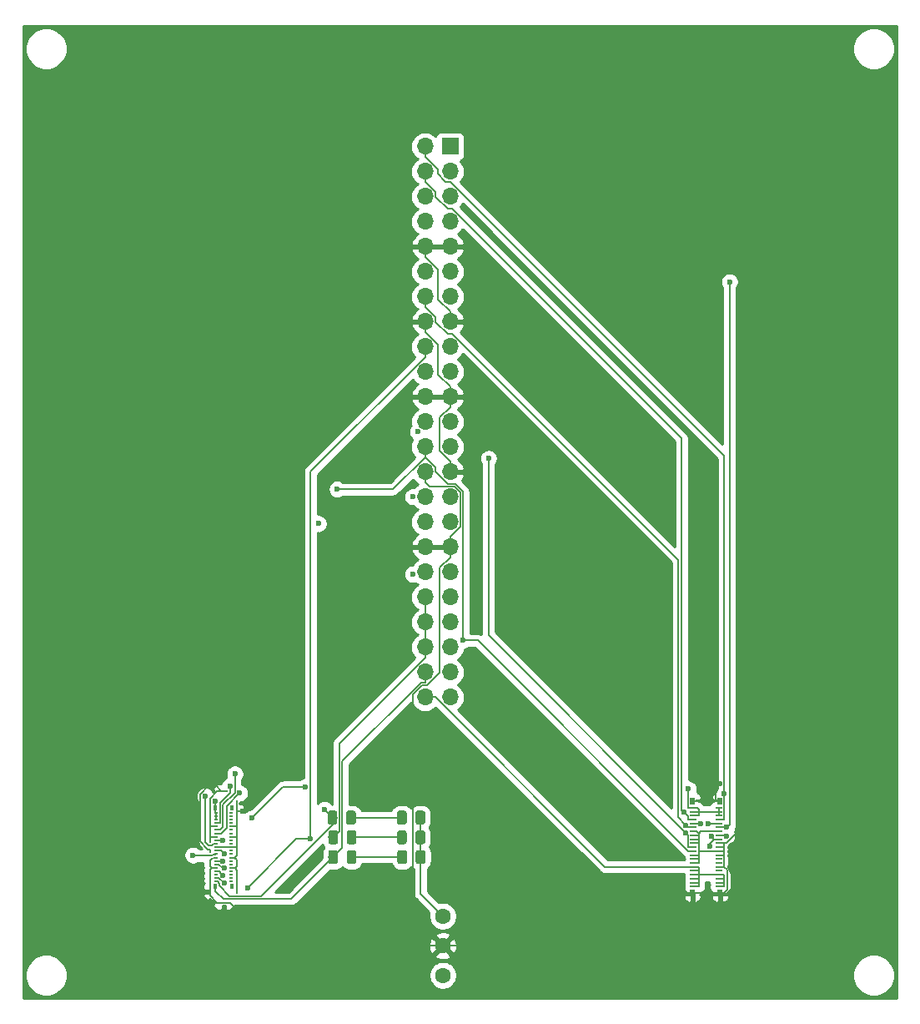
<source format=gbr>
G04 #@! TF.GenerationSoftware,KiCad,Pcbnew,(5.1.0-0)*
G04 #@! TF.CreationDate,2019-05-29T01:55:44-04:00*
G04 #@! TF.ProjectId,MacBook Pro 2016-up Data Recovery Breakout Adapter,4d616342-6f6f-46b2-9050-726f20323031,rev?*
G04 #@! TF.SameCoordinates,Original*
G04 #@! TF.FileFunction,Copper,L1,Top*
G04 #@! TF.FilePolarity,Positive*
%FSLAX46Y46*%
G04 Gerber Fmt 4.6, Leading zero omitted, Abs format (unit mm)*
G04 Created by KiCad (PCBNEW (5.1.0-0)) date 2019-05-29 01:55:44*
%MOMM*%
%LPD*%
G04 APERTURE LIST*
%ADD10R,0.490000X0.730000*%
%ADD11R,0.690000X0.220000*%
%ADD12C,0.100000*%
%ADD13C,0.975000*%
%ADD14C,1.600000*%
%ADD15O,1.700000X1.700000*%
%ADD16R,1.700000X1.700000*%
%ADD17R,0.450000X0.200000*%
%ADD18R,0.300000X0.500000*%
%ADD19R,0.280000X0.220000*%
%ADD20R,0.900000X0.230000*%
%ADD21R,0.230000X0.500000*%
%ADD22C,0.600000*%
%ADD23C,0.160000*%
%ADD24C,0.254000*%
G04 APERTURE END LIST*
D10*
X176400000Y-127650000D03*
X173600000Y-127650000D03*
X176400000Y-118350000D03*
X173600000Y-118350000D03*
D11*
X173700000Y-126600000D03*
X176300000Y-119800000D03*
X173700000Y-126200000D03*
X176300000Y-119400000D03*
X173700000Y-125800000D03*
X176300000Y-119000000D03*
X173700000Y-125400000D03*
X176300000Y-127000000D03*
X173700000Y-125000000D03*
X176300000Y-126600000D03*
X173700000Y-124600000D03*
X176300000Y-126200000D03*
X173700000Y-124200000D03*
X176300000Y-125800000D03*
X173700000Y-123800000D03*
X176300000Y-125400000D03*
X173700000Y-123400000D03*
X176300000Y-125000000D03*
X173700000Y-123000000D03*
X176300000Y-124600000D03*
X173700000Y-122600000D03*
X176300000Y-124200000D03*
X173700000Y-122200000D03*
X176300000Y-123800000D03*
X173700000Y-121800000D03*
X176300000Y-123400000D03*
X173700000Y-121400000D03*
X176300000Y-123000000D03*
X173700000Y-121000000D03*
X176300000Y-122600000D03*
X173700000Y-120600000D03*
X176300000Y-122200000D03*
X173700000Y-120200000D03*
X176300000Y-121800000D03*
X173700000Y-119800000D03*
X176300000Y-121400000D03*
X173700000Y-119400000D03*
X176300000Y-121000000D03*
X173700000Y-119000000D03*
X176300000Y-120600000D03*
X173700000Y-127000000D03*
X176300000Y-120200000D03*
D12*
G36*
X146267142Y-123301174D02*
G01*
X146290803Y-123304684D01*
X146314007Y-123310496D01*
X146336529Y-123318554D01*
X146358153Y-123328782D01*
X146378670Y-123341079D01*
X146397883Y-123355329D01*
X146415607Y-123371393D01*
X146431671Y-123389117D01*
X146445921Y-123408330D01*
X146458218Y-123428847D01*
X146468446Y-123450471D01*
X146476504Y-123472993D01*
X146482316Y-123496197D01*
X146485826Y-123519858D01*
X146487000Y-123543750D01*
X146487000Y-124456250D01*
X146485826Y-124480142D01*
X146482316Y-124503803D01*
X146476504Y-124527007D01*
X146468446Y-124549529D01*
X146458218Y-124571153D01*
X146445921Y-124591670D01*
X146431671Y-124610883D01*
X146415607Y-124628607D01*
X146397883Y-124644671D01*
X146378670Y-124658921D01*
X146358153Y-124671218D01*
X146336529Y-124681446D01*
X146314007Y-124689504D01*
X146290803Y-124695316D01*
X146267142Y-124698826D01*
X146243250Y-124700000D01*
X145755750Y-124700000D01*
X145731858Y-124698826D01*
X145708197Y-124695316D01*
X145684993Y-124689504D01*
X145662471Y-124681446D01*
X145640847Y-124671218D01*
X145620330Y-124658921D01*
X145601117Y-124644671D01*
X145583393Y-124628607D01*
X145567329Y-124610883D01*
X145553079Y-124591670D01*
X145540782Y-124571153D01*
X145530554Y-124549529D01*
X145522496Y-124527007D01*
X145516684Y-124503803D01*
X145513174Y-124480142D01*
X145512000Y-124456250D01*
X145512000Y-123543750D01*
X145513174Y-123519858D01*
X145516684Y-123496197D01*
X145522496Y-123472993D01*
X145530554Y-123450471D01*
X145540782Y-123428847D01*
X145553079Y-123408330D01*
X145567329Y-123389117D01*
X145583393Y-123371393D01*
X145601117Y-123355329D01*
X145620330Y-123341079D01*
X145640847Y-123328782D01*
X145662471Y-123318554D01*
X145684993Y-123310496D01*
X145708197Y-123304684D01*
X145731858Y-123301174D01*
X145755750Y-123300000D01*
X146243250Y-123300000D01*
X146267142Y-123301174D01*
X146267142Y-123301174D01*
G37*
D13*
X145999500Y-124000000D03*
D12*
G36*
X144392142Y-123301174D02*
G01*
X144415803Y-123304684D01*
X144439007Y-123310496D01*
X144461529Y-123318554D01*
X144483153Y-123328782D01*
X144503670Y-123341079D01*
X144522883Y-123355329D01*
X144540607Y-123371393D01*
X144556671Y-123389117D01*
X144570921Y-123408330D01*
X144583218Y-123428847D01*
X144593446Y-123450471D01*
X144601504Y-123472993D01*
X144607316Y-123496197D01*
X144610826Y-123519858D01*
X144612000Y-123543750D01*
X144612000Y-124456250D01*
X144610826Y-124480142D01*
X144607316Y-124503803D01*
X144601504Y-124527007D01*
X144593446Y-124549529D01*
X144583218Y-124571153D01*
X144570921Y-124591670D01*
X144556671Y-124610883D01*
X144540607Y-124628607D01*
X144522883Y-124644671D01*
X144503670Y-124658921D01*
X144483153Y-124671218D01*
X144461529Y-124681446D01*
X144439007Y-124689504D01*
X144415803Y-124695316D01*
X144392142Y-124698826D01*
X144368250Y-124700000D01*
X143880750Y-124700000D01*
X143856858Y-124698826D01*
X143833197Y-124695316D01*
X143809993Y-124689504D01*
X143787471Y-124681446D01*
X143765847Y-124671218D01*
X143745330Y-124658921D01*
X143726117Y-124644671D01*
X143708393Y-124628607D01*
X143692329Y-124610883D01*
X143678079Y-124591670D01*
X143665782Y-124571153D01*
X143655554Y-124549529D01*
X143647496Y-124527007D01*
X143641684Y-124503803D01*
X143638174Y-124480142D01*
X143637000Y-124456250D01*
X143637000Y-123543750D01*
X143638174Y-123519858D01*
X143641684Y-123496197D01*
X143647496Y-123472993D01*
X143655554Y-123450471D01*
X143665782Y-123428847D01*
X143678079Y-123408330D01*
X143692329Y-123389117D01*
X143708393Y-123371393D01*
X143726117Y-123355329D01*
X143745330Y-123341079D01*
X143765847Y-123328782D01*
X143787471Y-123318554D01*
X143809993Y-123310496D01*
X143833197Y-123304684D01*
X143856858Y-123301174D01*
X143880750Y-123300000D01*
X144368250Y-123300000D01*
X144392142Y-123301174D01*
X144392142Y-123301174D01*
G37*
D13*
X144124500Y-124000000D03*
D12*
G36*
X137330142Y-119301174D02*
G01*
X137353803Y-119304684D01*
X137377007Y-119310496D01*
X137399529Y-119318554D01*
X137421153Y-119328782D01*
X137441670Y-119341079D01*
X137460883Y-119355329D01*
X137478607Y-119371393D01*
X137494671Y-119389117D01*
X137508921Y-119408330D01*
X137521218Y-119428847D01*
X137531446Y-119450471D01*
X137539504Y-119472993D01*
X137545316Y-119496197D01*
X137548826Y-119519858D01*
X137550000Y-119543750D01*
X137550000Y-120456250D01*
X137548826Y-120480142D01*
X137545316Y-120503803D01*
X137539504Y-120527007D01*
X137531446Y-120549529D01*
X137521218Y-120571153D01*
X137508921Y-120591670D01*
X137494671Y-120610883D01*
X137478607Y-120628607D01*
X137460883Y-120644671D01*
X137441670Y-120658921D01*
X137421153Y-120671218D01*
X137399529Y-120681446D01*
X137377007Y-120689504D01*
X137353803Y-120695316D01*
X137330142Y-120698826D01*
X137306250Y-120700000D01*
X136818750Y-120700000D01*
X136794858Y-120698826D01*
X136771197Y-120695316D01*
X136747993Y-120689504D01*
X136725471Y-120681446D01*
X136703847Y-120671218D01*
X136683330Y-120658921D01*
X136664117Y-120644671D01*
X136646393Y-120628607D01*
X136630329Y-120610883D01*
X136616079Y-120591670D01*
X136603782Y-120571153D01*
X136593554Y-120549529D01*
X136585496Y-120527007D01*
X136579684Y-120503803D01*
X136576174Y-120480142D01*
X136575000Y-120456250D01*
X136575000Y-119543750D01*
X136576174Y-119519858D01*
X136579684Y-119496197D01*
X136585496Y-119472993D01*
X136593554Y-119450471D01*
X136603782Y-119428847D01*
X136616079Y-119408330D01*
X136630329Y-119389117D01*
X136646393Y-119371393D01*
X136664117Y-119355329D01*
X136683330Y-119341079D01*
X136703847Y-119328782D01*
X136725471Y-119318554D01*
X136747993Y-119310496D01*
X136771197Y-119304684D01*
X136794858Y-119301174D01*
X136818750Y-119300000D01*
X137306250Y-119300000D01*
X137330142Y-119301174D01*
X137330142Y-119301174D01*
G37*
D13*
X137062500Y-120000000D03*
D12*
G36*
X139205142Y-119301174D02*
G01*
X139228803Y-119304684D01*
X139252007Y-119310496D01*
X139274529Y-119318554D01*
X139296153Y-119328782D01*
X139316670Y-119341079D01*
X139335883Y-119355329D01*
X139353607Y-119371393D01*
X139369671Y-119389117D01*
X139383921Y-119408330D01*
X139396218Y-119428847D01*
X139406446Y-119450471D01*
X139414504Y-119472993D01*
X139420316Y-119496197D01*
X139423826Y-119519858D01*
X139425000Y-119543750D01*
X139425000Y-120456250D01*
X139423826Y-120480142D01*
X139420316Y-120503803D01*
X139414504Y-120527007D01*
X139406446Y-120549529D01*
X139396218Y-120571153D01*
X139383921Y-120591670D01*
X139369671Y-120610883D01*
X139353607Y-120628607D01*
X139335883Y-120644671D01*
X139316670Y-120658921D01*
X139296153Y-120671218D01*
X139274529Y-120681446D01*
X139252007Y-120689504D01*
X139228803Y-120695316D01*
X139205142Y-120698826D01*
X139181250Y-120700000D01*
X138693750Y-120700000D01*
X138669858Y-120698826D01*
X138646197Y-120695316D01*
X138622993Y-120689504D01*
X138600471Y-120681446D01*
X138578847Y-120671218D01*
X138558330Y-120658921D01*
X138539117Y-120644671D01*
X138521393Y-120628607D01*
X138505329Y-120610883D01*
X138491079Y-120591670D01*
X138478782Y-120571153D01*
X138468554Y-120549529D01*
X138460496Y-120527007D01*
X138454684Y-120503803D01*
X138451174Y-120480142D01*
X138450000Y-120456250D01*
X138450000Y-119543750D01*
X138451174Y-119519858D01*
X138454684Y-119496197D01*
X138460496Y-119472993D01*
X138468554Y-119450471D01*
X138478782Y-119428847D01*
X138491079Y-119408330D01*
X138505329Y-119389117D01*
X138521393Y-119371393D01*
X138539117Y-119355329D01*
X138558330Y-119341079D01*
X138578847Y-119328782D01*
X138600471Y-119318554D01*
X138622993Y-119310496D01*
X138646197Y-119304684D01*
X138669858Y-119301174D01*
X138693750Y-119300000D01*
X139181250Y-119300000D01*
X139205142Y-119301174D01*
X139205142Y-119301174D01*
G37*
D13*
X138937500Y-120000000D03*
D12*
G36*
X139267142Y-121301174D02*
G01*
X139290803Y-121304684D01*
X139314007Y-121310496D01*
X139336529Y-121318554D01*
X139358153Y-121328782D01*
X139378670Y-121341079D01*
X139397883Y-121355329D01*
X139415607Y-121371393D01*
X139431671Y-121389117D01*
X139445921Y-121408330D01*
X139458218Y-121428847D01*
X139468446Y-121450471D01*
X139476504Y-121472993D01*
X139482316Y-121496197D01*
X139485826Y-121519858D01*
X139487000Y-121543750D01*
X139487000Y-122456250D01*
X139485826Y-122480142D01*
X139482316Y-122503803D01*
X139476504Y-122527007D01*
X139468446Y-122549529D01*
X139458218Y-122571153D01*
X139445921Y-122591670D01*
X139431671Y-122610883D01*
X139415607Y-122628607D01*
X139397883Y-122644671D01*
X139378670Y-122658921D01*
X139358153Y-122671218D01*
X139336529Y-122681446D01*
X139314007Y-122689504D01*
X139290803Y-122695316D01*
X139267142Y-122698826D01*
X139243250Y-122700000D01*
X138755750Y-122700000D01*
X138731858Y-122698826D01*
X138708197Y-122695316D01*
X138684993Y-122689504D01*
X138662471Y-122681446D01*
X138640847Y-122671218D01*
X138620330Y-122658921D01*
X138601117Y-122644671D01*
X138583393Y-122628607D01*
X138567329Y-122610883D01*
X138553079Y-122591670D01*
X138540782Y-122571153D01*
X138530554Y-122549529D01*
X138522496Y-122527007D01*
X138516684Y-122503803D01*
X138513174Y-122480142D01*
X138512000Y-122456250D01*
X138512000Y-121543750D01*
X138513174Y-121519858D01*
X138516684Y-121496197D01*
X138522496Y-121472993D01*
X138530554Y-121450471D01*
X138540782Y-121428847D01*
X138553079Y-121408330D01*
X138567329Y-121389117D01*
X138583393Y-121371393D01*
X138601117Y-121355329D01*
X138620330Y-121341079D01*
X138640847Y-121328782D01*
X138662471Y-121318554D01*
X138684993Y-121310496D01*
X138708197Y-121304684D01*
X138731858Y-121301174D01*
X138755750Y-121300000D01*
X139243250Y-121300000D01*
X139267142Y-121301174D01*
X139267142Y-121301174D01*
G37*
D13*
X138999500Y-122000000D03*
D12*
G36*
X137392142Y-121301174D02*
G01*
X137415803Y-121304684D01*
X137439007Y-121310496D01*
X137461529Y-121318554D01*
X137483153Y-121328782D01*
X137503670Y-121341079D01*
X137522883Y-121355329D01*
X137540607Y-121371393D01*
X137556671Y-121389117D01*
X137570921Y-121408330D01*
X137583218Y-121428847D01*
X137593446Y-121450471D01*
X137601504Y-121472993D01*
X137607316Y-121496197D01*
X137610826Y-121519858D01*
X137612000Y-121543750D01*
X137612000Y-122456250D01*
X137610826Y-122480142D01*
X137607316Y-122503803D01*
X137601504Y-122527007D01*
X137593446Y-122549529D01*
X137583218Y-122571153D01*
X137570921Y-122591670D01*
X137556671Y-122610883D01*
X137540607Y-122628607D01*
X137522883Y-122644671D01*
X137503670Y-122658921D01*
X137483153Y-122671218D01*
X137461529Y-122681446D01*
X137439007Y-122689504D01*
X137415803Y-122695316D01*
X137392142Y-122698826D01*
X137368250Y-122700000D01*
X136880750Y-122700000D01*
X136856858Y-122698826D01*
X136833197Y-122695316D01*
X136809993Y-122689504D01*
X136787471Y-122681446D01*
X136765847Y-122671218D01*
X136745330Y-122658921D01*
X136726117Y-122644671D01*
X136708393Y-122628607D01*
X136692329Y-122610883D01*
X136678079Y-122591670D01*
X136665782Y-122571153D01*
X136655554Y-122549529D01*
X136647496Y-122527007D01*
X136641684Y-122503803D01*
X136638174Y-122480142D01*
X136637000Y-122456250D01*
X136637000Y-121543750D01*
X136638174Y-121519858D01*
X136641684Y-121496197D01*
X136647496Y-121472993D01*
X136655554Y-121450471D01*
X136665782Y-121428847D01*
X136678079Y-121408330D01*
X136692329Y-121389117D01*
X136708393Y-121371393D01*
X136726117Y-121355329D01*
X136745330Y-121341079D01*
X136765847Y-121328782D01*
X136787471Y-121318554D01*
X136809993Y-121310496D01*
X136833197Y-121304684D01*
X136856858Y-121301174D01*
X136880750Y-121300000D01*
X137368250Y-121300000D01*
X137392142Y-121301174D01*
X137392142Y-121301174D01*
G37*
D13*
X137124500Y-122000000D03*
D12*
G36*
X137392142Y-123301174D02*
G01*
X137415803Y-123304684D01*
X137439007Y-123310496D01*
X137461529Y-123318554D01*
X137483153Y-123328782D01*
X137503670Y-123341079D01*
X137522883Y-123355329D01*
X137540607Y-123371393D01*
X137556671Y-123389117D01*
X137570921Y-123408330D01*
X137583218Y-123428847D01*
X137593446Y-123450471D01*
X137601504Y-123472993D01*
X137607316Y-123496197D01*
X137610826Y-123519858D01*
X137612000Y-123543750D01*
X137612000Y-124456250D01*
X137610826Y-124480142D01*
X137607316Y-124503803D01*
X137601504Y-124527007D01*
X137593446Y-124549529D01*
X137583218Y-124571153D01*
X137570921Y-124591670D01*
X137556671Y-124610883D01*
X137540607Y-124628607D01*
X137522883Y-124644671D01*
X137503670Y-124658921D01*
X137483153Y-124671218D01*
X137461529Y-124681446D01*
X137439007Y-124689504D01*
X137415803Y-124695316D01*
X137392142Y-124698826D01*
X137368250Y-124700000D01*
X136880750Y-124700000D01*
X136856858Y-124698826D01*
X136833197Y-124695316D01*
X136809993Y-124689504D01*
X136787471Y-124681446D01*
X136765847Y-124671218D01*
X136745330Y-124658921D01*
X136726117Y-124644671D01*
X136708393Y-124628607D01*
X136692329Y-124610883D01*
X136678079Y-124591670D01*
X136665782Y-124571153D01*
X136655554Y-124549529D01*
X136647496Y-124527007D01*
X136641684Y-124503803D01*
X136638174Y-124480142D01*
X136637000Y-124456250D01*
X136637000Y-123543750D01*
X136638174Y-123519858D01*
X136641684Y-123496197D01*
X136647496Y-123472993D01*
X136655554Y-123450471D01*
X136665782Y-123428847D01*
X136678079Y-123408330D01*
X136692329Y-123389117D01*
X136708393Y-123371393D01*
X136726117Y-123355329D01*
X136745330Y-123341079D01*
X136765847Y-123328782D01*
X136787471Y-123318554D01*
X136809993Y-123310496D01*
X136833197Y-123304684D01*
X136856858Y-123301174D01*
X136880750Y-123300000D01*
X137368250Y-123300000D01*
X137392142Y-123301174D01*
X137392142Y-123301174D01*
G37*
D13*
X137124500Y-124000000D03*
D12*
G36*
X139267142Y-123301174D02*
G01*
X139290803Y-123304684D01*
X139314007Y-123310496D01*
X139336529Y-123318554D01*
X139358153Y-123328782D01*
X139378670Y-123341079D01*
X139397883Y-123355329D01*
X139415607Y-123371393D01*
X139431671Y-123389117D01*
X139445921Y-123408330D01*
X139458218Y-123428847D01*
X139468446Y-123450471D01*
X139476504Y-123472993D01*
X139482316Y-123496197D01*
X139485826Y-123519858D01*
X139487000Y-123543750D01*
X139487000Y-124456250D01*
X139485826Y-124480142D01*
X139482316Y-124503803D01*
X139476504Y-124527007D01*
X139468446Y-124549529D01*
X139458218Y-124571153D01*
X139445921Y-124591670D01*
X139431671Y-124610883D01*
X139415607Y-124628607D01*
X139397883Y-124644671D01*
X139378670Y-124658921D01*
X139358153Y-124671218D01*
X139336529Y-124681446D01*
X139314007Y-124689504D01*
X139290803Y-124695316D01*
X139267142Y-124698826D01*
X139243250Y-124700000D01*
X138755750Y-124700000D01*
X138731858Y-124698826D01*
X138708197Y-124695316D01*
X138684993Y-124689504D01*
X138662471Y-124681446D01*
X138640847Y-124671218D01*
X138620330Y-124658921D01*
X138601117Y-124644671D01*
X138583393Y-124628607D01*
X138567329Y-124610883D01*
X138553079Y-124591670D01*
X138540782Y-124571153D01*
X138530554Y-124549529D01*
X138522496Y-124527007D01*
X138516684Y-124503803D01*
X138513174Y-124480142D01*
X138512000Y-124456250D01*
X138512000Y-123543750D01*
X138513174Y-123519858D01*
X138516684Y-123496197D01*
X138522496Y-123472993D01*
X138530554Y-123450471D01*
X138540782Y-123428847D01*
X138553079Y-123408330D01*
X138567329Y-123389117D01*
X138583393Y-123371393D01*
X138601117Y-123355329D01*
X138620330Y-123341079D01*
X138640847Y-123328782D01*
X138662471Y-123318554D01*
X138684993Y-123310496D01*
X138708197Y-123304684D01*
X138731858Y-123301174D01*
X138755750Y-123300000D01*
X139243250Y-123300000D01*
X139267142Y-123301174D01*
X139267142Y-123301174D01*
G37*
D13*
X138999500Y-124000000D03*
D14*
X148250000Y-130000000D03*
X148250000Y-133000000D03*
X148250000Y-136000000D03*
D15*
X146460000Y-107780000D03*
X149000000Y-107780000D03*
X146460000Y-105240000D03*
X149000000Y-105240000D03*
X146460000Y-102700000D03*
X149000000Y-102700000D03*
X146460000Y-100160000D03*
X149000000Y-100160000D03*
X146460000Y-97620000D03*
X149000000Y-97620000D03*
X146460000Y-95080000D03*
X149000000Y-95080000D03*
X146460000Y-92540000D03*
X149000000Y-92540000D03*
X146460000Y-90000000D03*
X149000000Y-90000000D03*
X146460000Y-87460000D03*
X149000000Y-87460000D03*
X146460000Y-84920000D03*
X149000000Y-84920000D03*
X146460000Y-82380000D03*
X149000000Y-82380000D03*
X146460000Y-79840000D03*
X149000000Y-79840000D03*
X146460000Y-77300000D03*
X149000000Y-77300000D03*
X146460000Y-74760000D03*
X149000000Y-74760000D03*
X146460000Y-72220000D03*
X149000000Y-72220000D03*
X146460000Y-69680000D03*
X149000000Y-69680000D03*
X146460000Y-67140000D03*
X149000000Y-67140000D03*
X146460000Y-64600000D03*
X149000000Y-64600000D03*
X146460000Y-62060000D03*
X149000000Y-62060000D03*
X146460000Y-59520000D03*
X149000000Y-59520000D03*
X146460000Y-56980000D03*
X149000000Y-56980000D03*
X146460000Y-54440000D03*
X149000000Y-54440000D03*
X146460000Y-51900000D03*
D16*
X149000000Y-51900000D03*
D17*
X125250000Y-126500000D03*
X126750000Y-126500000D03*
X125250000Y-126150000D03*
X126750000Y-126150000D03*
X125250000Y-125800000D03*
X126750000Y-125800000D03*
X125250000Y-125450000D03*
X126750000Y-125450000D03*
X125250000Y-125100000D03*
X126750000Y-125100000D03*
X125250000Y-124750000D03*
X126750000Y-124750000D03*
X125250000Y-124400000D03*
X126750000Y-124400000D03*
X125250000Y-124050000D03*
X126750000Y-124050000D03*
X125250000Y-123700000D03*
X126750000Y-123700000D03*
X125250000Y-123350000D03*
X126750000Y-123350000D03*
X125250000Y-123000000D03*
X126750000Y-123000000D03*
X125250000Y-122650000D03*
X126750000Y-122650000D03*
X125250000Y-122300000D03*
X126750000Y-122300000D03*
X125250000Y-121950000D03*
X126750000Y-121950000D03*
X125250000Y-121600000D03*
X126750000Y-121600000D03*
X125250000Y-121250000D03*
X126750000Y-121250000D03*
X125250000Y-120900000D03*
X126750000Y-120900000D03*
X125250000Y-120550000D03*
X126750000Y-120550000D03*
X125250000Y-120200000D03*
X126750000Y-120200000D03*
X125250000Y-119850000D03*
X126750000Y-119850000D03*
X125250000Y-119500000D03*
X126750000Y-119500000D03*
D18*
X125175000Y-127000000D03*
X125175000Y-119000000D03*
X126825000Y-119000000D03*
X126825000Y-127000000D03*
D19*
X124640000Y-119325000D03*
X127350000Y-119325000D03*
X127360000Y-120375000D03*
X127360000Y-121425000D03*
X127360000Y-122475000D03*
X127360000Y-123525000D03*
X127360000Y-124575000D03*
X127350000Y-125625000D03*
X127360000Y-126675000D03*
X124635000Y-126670000D03*
X124625000Y-125620000D03*
X124635000Y-124570000D03*
X124635000Y-123520000D03*
X124635000Y-122470000D03*
X124635000Y-121420000D03*
X124635000Y-120370000D03*
D20*
X126000000Y-117310000D03*
X126000000Y-128690000D03*
D21*
X124610000Y-127500000D03*
X127390000Y-127500000D03*
X124610000Y-118500000D03*
X127380000Y-118500000D03*
D12*
G36*
X144368142Y-119301174D02*
G01*
X144391803Y-119304684D01*
X144415007Y-119310496D01*
X144437529Y-119318554D01*
X144459153Y-119328782D01*
X144479670Y-119341079D01*
X144498883Y-119355329D01*
X144516607Y-119371393D01*
X144532671Y-119389117D01*
X144546921Y-119408330D01*
X144559218Y-119428847D01*
X144569446Y-119450471D01*
X144577504Y-119472993D01*
X144583316Y-119496197D01*
X144586826Y-119519858D01*
X144588000Y-119543750D01*
X144588000Y-120456250D01*
X144586826Y-120480142D01*
X144583316Y-120503803D01*
X144577504Y-120527007D01*
X144569446Y-120549529D01*
X144559218Y-120571153D01*
X144546921Y-120591670D01*
X144532671Y-120610883D01*
X144516607Y-120628607D01*
X144498883Y-120644671D01*
X144479670Y-120658921D01*
X144459153Y-120671218D01*
X144437529Y-120681446D01*
X144415007Y-120689504D01*
X144391803Y-120695316D01*
X144368142Y-120698826D01*
X144344250Y-120700000D01*
X143856750Y-120700000D01*
X143832858Y-120698826D01*
X143809197Y-120695316D01*
X143785993Y-120689504D01*
X143763471Y-120681446D01*
X143741847Y-120671218D01*
X143721330Y-120658921D01*
X143702117Y-120644671D01*
X143684393Y-120628607D01*
X143668329Y-120610883D01*
X143654079Y-120591670D01*
X143641782Y-120571153D01*
X143631554Y-120549529D01*
X143623496Y-120527007D01*
X143617684Y-120503803D01*
X143614174Y-120480142D01*
X143613000Y-120456250D01*
X143613000Y-119543750D01*
X143614174Y-119519858D01*
X143617684Y-119496197D01*
X143623496Y-119472993D01*
X143631554Y-119450471D01*
X143641782Y-119428847D01*
X143654079Y-119408330D01*
X143668329Y-119389117D01*
X143684393Y-119371393D01*
X143702117Y-119355329D01*
X143721330Y-119341079D01*
X143741847Y-119328782D01*
X143763471Y-119318554D01*
X143785993Y-119310496D01*
X143809197Y-119304684D01*
X143832858Y-119301174D01*
X143856750Y-119300000D01*
X144344250Y-119300000D01*
X144368142Y-119301174D01*
X144368142Y-119301174D01*
G37*
D13*
X144100500Y-120000000D03*
D12*
G36*
X146243142Y-119301174D02*
G01*
X146266803Y-119304684D01*
X146290007Y-119310496D01*
X146312529Y-119318554D01*
X146334153Y-119328782D01*
X146354670Y-119341079D01*
X146373883Y-119355329D01*
X146391607Y-119371393D01*
X146407671Y-119389117D01*
X146421921Y-119408330D01*
X146434218Y-119428847D01*
X146444446Y-119450471D01*
X146452504Y-119472993D01*
X146458316Y-119496197D01*
X146461826Y-119519858D01*
X146463000Y-119543750D01*
X146463000Y-120456250D01*
X146461826Y-120480142D01*
X146458316Y-120503803D01*
X146452504Y-120527007D01*
X146444446Y-120549529D01*
X146434218Y-120571153D01*
X146421921Y-120591670D01*
X146407671Y-120610883D01*
X146391607Y-120628607D01*
X146373883Y-120644671D01*
X146354670Y-120658921D01*
X146334153Y-120671218D01*
X146312529Y-120681446D01*
X146290007Y-120689504D01*
X146266803Y-120695316D01*
X146243142Y-120698826D01*
X146219250Y-120700000D01*
X145731750Y-120700000D01*
X145707858Y-120698826D01*
X145684197Y-120695316D01*
X145660993Y-120689504D01*
X145638471Y-120681446D01*
X145616847Y-120671218D01*
X145596330Y-120658921D01*
X145577117Y-120644671D01*
X145559393Y-120628607D01*
X145543329Y-120610883D01*
X145529079Y-120591670D01*
X145516782Y-120571153D01*
X145506554Y-120549529D01*
X145498496Y-120527007D01*
X145492684Y-120503803D01*
X145489174Y-120480142D01*
X145488000Y-120456250D01*
X145488000Y-119543750D01*
X145489174Y-119519858D01*
X145492684Y-119496197D01*
X145498496Y-119472993D01*
X145506554Y-119450471D01*
X145516782Y-119428847D01*
X145529079Y-119408330D01*
X145543329Y-119389117D01*
X145559393Y-119371393D01*
X145577117Y-119355329D01*
X145596330Y-119341079D01*
X145616847Y-119328782D01*
X145638471Y-119318554D01*
X145660993Y-119310496D01*
X145684197Y-119304684D01*
X145707858Y-119301174D01*
X145731750Y-119300000D01*
X146219250Y-119300000D01*
X146243142Y-119301174D01*
X146243142Y-119301174D01*
G37*
D13*
X145975500Y-120000000D03*
D12*
G36*
X146243142Y-121301174D02*
G01*
X146266803Y-121304684D01*
X146290007Y-121310496D01*
X146312529Y-121318554D01*
X146334153Y-121328782D01*
X146354670Y-121341079D01*
X146373883Y-121355329D01*
X146391607Y-121371393D01*
X146407671Y-121389117D01*
X146421921Y-121408330D01*
X146434218Y-121428847D01*
X146444446Y-121450471D01*
X146452504Y-121472993D01*
X146458316Y-121496197D01*
X146461826Y-121519858D01*
X146463000Y-121543750D01*
X146463000Y-122456250D01*
X146461826Y-122480142D01*
X146458316Y-122503803D01*
X146452504Y-122527007D01*
X146444446Y-122549529D01*
X146434218Y-122571153D01*
X146421921Y-122591670D01*
X146407671Y-122610883D01*
X146391607Y-122628607D01*
X146373883Y-122644671D01*
X146354670Y-122658921D01*
X146334153Y-122671218D01*
X146312529Y-122681446D01*
X146290007Y-122689504D01*
X146266803Y-122695316D01*
X146243142Y-122698826D01*
X146219250Y-122700000D01*
X145731750Y-122700000D01*
X145707858Y-122698826D01*
X145684197Y-122695316D01*
X145660993Y-122689504D01*
X145638471Y-122681446D01*
X145616847Y-122671218D01*
X145596330Y-122658921D01*
X145577117Y-122644671D01*
X145559393Y-122628607D01*
X145543329Y-122610883D01*
X145529079Y-122591670D01*
X145516782Y-122571153D01*
X145506554Y-122549529D01*
X145498496Y-122527007D01*
X145492684Y-122503803D01*
X145489174Y-122480142D01*
X145488000Y-122456250D01*
X145488000Y-121543750D01*
X145489174Y-121519858D01*
X145492684Y-121496197D01*
X145498496Y-121472993D01*
X145506554Y-121450471D01*
X145516782Y-121428847D01*
X145529079Y-121408330D01*
X145543329Y-121389117D01*
X145559393Y-121371393D01*
X145577117Y-121355329D01*
X145596330Y-121341079D01*
X145616847Y-121328782D01*
X145638471Y-121318554D01*
X145660993Y-121310496D01*
X145684197Y-121304684D01*
X145707858Y-121301174D01*
X145731750Y-121300000D01*
X146219250Y-121300000D01*
X146243142Y-121301174D01*
X146243142Y-121301174D01*
G37*
D13*
X145975500Y-122000000D03*
D12*
G36*
X144368142Y-121301174D02*
G01*
X144391803Y-121304684D01*
X144415007Y-121310496D01*
X144437529Y-121318554D01*
X144459153Y-121328782D01*
X144479670Y-121341079D01*
X144498883Y-121355329D01*
X144516607Y-121371393D01*
X144532671Y-121389117D01*
X144546921Y-121408330D01*
X144559218Y-121428847D01*
X144569446Y-121450471D01*
X144577504Y-121472993D01*
X144583316Y-121496197D01*
X144586826Y-121519858D01*
X144588000Y-121543750D01*
X144588000Y-122456250D01*
X144586826Y-122480142D01*
X144583316Y-122503803D01*
X144577504Y-122527007D01*
X144569446Y-122549529D01*
X144559218Y-122571153D01*
X144546921Y-122591670D01*
X144532671Y-122610883D01*
X144516607Y-122628607D01*
X144498883Y-122644671D01*
X144479670Y-122658921D01*
X144459153Y-122671218D01*
X144437529Y-122681446D01*
X144415007Y-122689504D01*
X144391803Y-122695316D01*
X144368142Y-122698826D01*
X144344250Y-122700000D01*
X143856750Y-122700000D01*
X143832858Y-122698826D01*
X143809197Y-122695316D01*
X143785993Y-122689504D01*
X143763471Y-122681446D01*
X143741847Y-122671218D01*
X143721330Y-122658921D01*
X143702117Y-122644671D01*
X143684393Y-122628607D01*
X143668329Y-122610883D01*
X143654079Y-122591670D01*
X143641782Y-122571153D01*
X143631554Y-122549529D01*
X143623496Y-122527007D01*
X143617684Y-122503803D01*
X143614174Y-122480142D01*
X143613000Y-122456250D01*
X143613000Y-121543750D01*
X143614174Y-121519858D01*
X143617684Y-121496197D01*
X143623496Y-121472993D01*
X143631554Y-121450471D01*
X143641782Y-121428847D01*
X143654079Y-121408330D01*
X143668329Y-121389117D01*
X143684393Y-121371393D01*
X143702117Y-121355329D01*
X143721330Y-121341079D01*
X143741847Y-121328782D01*
X143763471Y-121318554D01*
X143785993Y-121310496D01*
X143809197Y-121304684D01*
X143832858Y-121301174D01*
X143856750Y-121300000D01*
X144344250Y-121300000D01*
X144368142Y-121301174D01*
X144368142Y-121301174D01*
G37*
D13*
X144100500Y-122000000D03*
D22*
X126641100Y-116785000D03*
X145193600Y-95306100D03*
X127918600Y-119390400D03*
X124667400Y-116767100D03*
X176334100Y-116545500D03*
X179097400Y-116245400D03*
X151230000Y-104020000D03*
X133030000Y-126500000D03*
X160310000Y-115830000D03*
X137390000Y-98500000D03*
X136430000Y-115210000D03*
X132530000Y-114700000D03*
X175195000Y-120600000D03*
X174467500Y-120600000D03*
X125940700Y-125864800D03*
X136244000Y-119181500D03*
X176835300Y-117587400D03*
X177367300Y-65640300D03*
X177074400Y-121000000D03*
X126098200Y-125144800D03*
X126111900Y-123680500D03*
X175343900Y-122935600D03*
X175535100Y-121908600D03*
X134813400Y-122161000D03*
X177060300Y-121861900D03*
X128450000Y-127100000D03*
X122900000Y-123800000D03*
X125175000Y-118326800D03*
X134323100Y-116885000D03*
X128863600Y-120046800D03*
X125931300Y-122300000D03*
X137534200Y-86679700D03*
X150310600Y-102030400D03*
X124127100Y-117828500D03*
X152910100Y-83554300D03*
X145691500Y-80854900D03*
X172944700Y-121517600D03*
X172930900Y-120756800D03*
X125894400Y-124432200D03*
X172714700Y-119446000D03*
X126049200Y-126669700D03*
X173164700Y-117095500D03*
X127638600Y-117517300D03*
X145190600Y-87460000D03*
X127146400Y-115581000D03*
X135638700Y-90182400D03*
D23*
X148250000Y-130000000D02*
X145999500Y-127749500D01*
X145999500Y-127749500D02*
X145999500Y-124000000D01*
X145975500Y-120000000D02*
X145975500Y-122000000D01*
X145975500Y-122000000D02*
X145999500Y-122024000D01*
X145999500Y-122024000D02*
X145999500Y-124000000D01*
X144100500Y-120000000D02*
X138937500Y-120000000D01*
X138999500Y-122000000D02*
X144100500Y-122000000D01*
X138999500Y-124000000D02*
X144124500Y-124000000D01*
X126641100Y-116785000D02*
X126641100Y-117521600D01*
X126641100Y-117521600D02*
X125665300Y-118497400D01*
X125665300Y-118497400D02*
X125665300Y-120550000D01*
X125250000Y-120550000D02*
X125665300Y-120550000D01*
X176300000Y-123400000D02*
X175764700Y-123400000D01*
X174235300Y-123400000D02*
X174261200Y-123425900D01*
X174261200Y-123425900D02*
X175738800Y-123425900D01*
X175738800Y-123425900D02*
X175764700Y-123400000D01*
X124635000Y-123520000D02*
X124635000Y-123219700D01*
X124667400Y-116767100D02*
X124495000Y-116767100D01*
X124495000Y-116767100D02*
X123623800Y-117638300D01*
X123623800Y-117638300D02*
X123623800Y-122433700D01*
X123623800Y-122433700D02*
X124409800Y-123219700D01*
X124409800Y-123219700D02*
X124635000Y-123219700D01*
X125765100Y-117310000D02*
X125222200Y-116767100D01*
X125222200Y-116767100D02*
X124667400Y-116767100D01*
X175964700Y-118350000D02*
X175964700Y-116914900D01*
X175964700Y-116914900D02*
X176334100Y-116545500D01*
X125765100Y-117310000D02*
X126000000Y-117310000D01*
X126750000Y-123000000D02*
X126334700Y-123000000D01*
X126334700Y-123000000D02*
X125250000Y-123000000D01*
X127360000Y-123000000D02*
X126750000Y-123000000D01*
X127360000Y-122475000D02*
X127360000Y-122174700D01*
X127918600Y-119390400D02*
X127745700Y-119390400D01*
X127745700Y-119390400D02*
X127680300Y-119325000D01*
X127348500Y-121950000D02*
X127348500Y-122163200D01*
X127348500Y-122163200D02*
X127360000Y-122174700D01*
X127360000Y-121425000D02*
X127360000Y-121938500D01*
X127360000Y-121938500D02*
X127348500Y-121950000D01*
X126750000Y-121950000D02*
X127348500Y-121950000D01*
X127360000Y-123000000D02*
X127360000Y-123525000D01*
X127360000Y-122475000D02*
X127360000Y-123000000D01*
X127350000Y-119325000D02*
X127680300Y-119325000D01*
X127135300Y-124050000D02*
X127360000Y-123825300D01*
X127360000Y-123825300D02*
X127360000Y-123525000D01*
X127135300Y-124050000D02*
X127360000Y-124274700D01*
X127097700Y-124050000D02*
X127135300Y-124050000D01*
X127350000Y-119325000D02*
X127350000Y-119625300D01*
X127380000Y-118830200D02*
X127380000Y-118940300D01*
X127380000Y-118817600D02*
X127380000Y-118830200D01*
X127380000Y-118500000D02*
X127380000Y-118817600D01*
X127350000Y-119625300D02*
X127360000Y-119635300D01*
X127360000Y-119635300D02*
X127360000Y-120074700D01*
X125765100Y-117310000D02*
X125359700Y-117310000D01*
X176835300Y-122600000D02*
X177035300Y-122600000D01*
X177035300Y-122600000D02*
X179097400Y-120537900D01*
X179097400Y-120537900D02*
X179097400Y-116245400D01*
X176835300Y-122600000D02*
X176835300Y-123000000D01*
X174035300Y-118350000D02*
X175964700Y-118350000D01*
X176400000Y-118350000D02*
X175964700Y-118350000D01*
X127380000Y-118940300D02*
X127350000Y-118970300D01*
X127350000Y-118970300D02*
X127350000Y-119325000D01*
X149000000Y-92540000D02*
X149000000Y-93580300D01*
X149000000Y-93580300D02*
X147959700Y-94620600D01*
X147959700Y-94620600D02*
X147959700Y-105256900D01*
X147959700Y-105256900D02*
X146666000Y-106550600D01*
X146666000Y-106550600D02*
X146189700Y-106550600D01*
X146189700Y-106550600D02*
X145240800Y-107499500D01*
X145240800Y-107499500D02*
X145240800Y-129990800D01*
X145240800Y-129990800D02*
X148250000Y-133000000D01*
X149000000Y-92019800D02*
X149000000Y-92540000D01*
X149000000Y-92019800D02*
X149000000Y-91499700D01*
X124635000Y-121950000D02*
X124635000Y-121420000D01*
X124635000Y-122470000D02*
X124635000Y-121950000D01*
X125250000Y-121950000D02*
X124635000Y-121950000D01*
X124635000Y-120900000D02*
X125250000Y-120900000D01*
X149000000Y-91499700D02*
X150040300Y-90459400D01*
X150040300Y-90459400D02*
X150040300Y-87029100D01*
X150040300Y-87029100D02*
X149430900Y-86419700D01*
X149430900Y-86419700D02*
X146919400Y-86419700D01*
X146919400Y-86419700D02*
X146460000Y-85960300D01*
X146460000Y-84920000D02*
X146460000Y-85960300D01*
X149000000Y-84920000D02*
X149000000Y-83879700D01*
X149000000Y-77300000D02*
X149000000Y-78340300D01*
X149000000Y-78340300D02*
X147922500Y-79417800D01*
X147922500Y-79417800D02*
X147922500Y-82802200D01*
X147922500Y-82802200D02*
X149000000Y-83879700D01*
X149000000Y-76779800D02*
X149000000Y-77300000D01*
X149000000Y-76779800D02*
X149000000Y-76259700D01*
X149000000Y-76259700D02*
X147770600Y-75030300D01*
X147770600Y-75030300D02*
X147770600Y-72030900D01*
X147770600Y-72030900D02*
X146460000Y-70720300D01*
X146460000Y-69680000D02*
X146460000Y-70720300D01*
X149000000Y-68639700D02*
X147770600Y-67410300D01*
X147770600Y-67410300D02*
X147770600Y-64410900D01*
X147770600Y-64410900D02*
X146460000Y-63100300D01*
X149000000Y-69680000D02*
X149000000Y-68639700D01*
X146460000Y-62060000D02*
X146460000Y-63100300D01*
X125359700Y-117310000D02*
X124610000Y-118059700D01*
X124610000Y-118059700D02*
X124610000Y-118500000D01*
X173600000Y-118350000D02*
X174035300Y-118350000D01*
X173600000Y-127650000D02*
X173164700Y-127650000D01*
X148250000Y-133000000D02*
X167814700Y-133000000D01*
X167814700Y-133000000D02*
X173164700Y-127650000D01*
X126640300Y-128690000D02*
X130950300Y-133000000D01*
X130950300Y-133000000D02*
X148250000Y-133000000D01*
X126750000Y-124050000D02*
X127097700Y-124050000D01*
X127360000Y-124575000D02*
X127360000Y-124274700D01*
X127165300Y-125100000D02*
X127360000Y-124905300D01*
X127360000Y-124905300D02*
X127360000Y-124575000D01*
X126000000Y-128690000D02*
X126640300Y-128690000D01*
X174235300Y-121599800D02*
X174435100Y-121400000D01*
X174435100Y-121400000D02*
X176300000Y-121400000D01*
X176400000Y-127650000D02*
X173600000Y-127650000D01*
X176617700Y-127650000D02*
X176400000Y-127650000D01*
X176617700Y-127650000D02*
X176835300Y-127650000D01*
X176835300Y-125000000D02*
X177154000Y-125318700D01*
X177154000Y-125318700D02*
X177154000Y-127331300D01*
X177154000Y-127331300D02*
X176835300Y-127650000D01*
X176767700Y-125000000D02*
X176835300Y-125000000D01*
X176300000Y-125000000D02*
X176767700Y-125000000D01*
X173967700Y-121400000D02*
X174035500Y-121400000D01*
X174035500Y-121400000D02*
X174235300Y-121599800D01*
X174235300Y-121599800D02*
X174235300Y-121800000D01*
X173700000Y-121400000D02*
X173967700Y-121400000D01*
X174235300Y-123400000D02*
X174235300Y-123800000D01*
X174167700Y-122600000D02*
X174235300Y-122667600D01*
X174235300Y-122667600D02*
X174235300Y-123400000D01*
X176567700Y-123400000D02*
X176300000Y-123400000D01*
X176567700Y-123400000D02*
X176835300Y-123400000D01*
X174167700Y-122600000D02*
X174235300Y-122600000D01*
X173700000Y-122600000D02*
X174167700Y-122600000D01*
X173700000Y-124600000D02*
X174235300Y-124600000D01*
X174235300Y-124600000D02*
X174235300Y-124200000D01*
X176835300Y-125000000D02*
X176835300Y-123800000D01*
X173700000Y-121800000D02*
X174235300Y-121800000D01*
X174235300Y-121800000D02*
X174235300Y-122200000D01*
X173700000Y-123800000D02*
X174235300Y-123800000D01*
X173700000Y-124200000D02*
X174235300Y-124200000D01*
X174235300Y-124200000D02*
X174235300Y-123800000D01*
X176300000Y-123800000D02*
X176835300Y-123800000D01*
X176835300Y-123800000D02*
X176835300Y-123400000D01*
X176688900Y-123000000D02*
X176835300Y-123146400D01*
X176835300Y-123146400D02*
X176835300Y-123400000D01*
X176567700Y-123000000D02*
X176688900Y-123000000D01*
X176688900Y-123000000D02*
X176835300Y-123000000D01*
X176300000Y-123000000D02*
X176567700Y-123000000D01*
X173700000Y-122200000D02*
X174235300Y-122200000D01*
X174235300Y-122200000D02*
X174235300Y-122600000D01*
X176300000Y-122600000D02*
X176835300Y-122600000D01*
X124610000Y-127500000D02*
X124610000Y-127940300D01*
X124610000Y-127940300D02*
X125359700Y-128690000D01*
X124610000Y-127324800D02*
X124610000Y-127500000D01*
X126000000Y-128690000D02*
X125359700Y-128690000D01*
X124610000Y-127324800D02*
X124610000Y-127059700D01*
X124610000Y-118597400D02*
X124610000Y-118500000D01*
X124610000Y-118597400D02*
X124610000Y-118940300D01*
X124635000Y-120370000D02*
X124635000Y-120069700D01*
X124635000Y-120069700D02*
X124640000Y-120064700D01*
X124640000Y-120064700D02*
X124640000Y-119325000D01*
X124635000Y-120370000D02*
X124635000Y-120900000D01*
X127360000Y-120375000D02*
X127360000Y-120074700D01*
X127360000Y-120375000D02*
X127360000Y-120900000D01*
X127390000Y-127500000D02*
X127390000Y-127059700D01*
X127390000Y-127059700D02*
X127360000Y-127029700D01*
X127360000Y-127029700D02*
X127360000Y-126675000D01*
X124610000Y-118940300D02*
X124640000Y-118970300D01*
X124640000Y-118970300D02*
X124640000Y-119325000D01*
X124610000Y-127059700D02*
X124635000Y-127034700D01*
X124635000Y-127034700D02*
X124635000Y-126670000D01*
X124834700Y-125100000D02*
X124635000Y-124900300D01*
X124635000Y-124900300D02*
X124635000Y-124570000D01*
X124902300Y-125100000D02*
X124834700Y-125100000D01*
X125250000Y-125100000D02*
X124902300Y-125100000D01*
X124635000Y-126670000D02*
X124635000Y-126369700D01*
X124635000Y-126369700D02*
X124625000Y-126359700D01*
X124625000Y-126359700D02*
X124625000Y-125620000D01*
X127097700Y-125100000D02*
X127165300Y-125100000D01*
X126750000Y-125100000D02*
X127097700Y-125100000D01*
X127360000Y-126675000D02*
X127360000Y-126374700D01*
X127360000Y-126374700D02*
X127350000Y-126364700D01*
X127350000Y-126364700D02*
X127350000Y-125625000D01*
X127350000Y-125625000D02*
X127350000Y-125324700D01*
X127350000Y-125324700D02*
X127165300Y-125140000D01*
X127165300Y-125140000D02*
X127165300Y-125100000D01*
X124625000Y-125620000D02*
X124625000Y-125319700D01*
X124625000Y-125319700D02*
X124834700Y-125110000D01*
X124834700Y-125110000D02*
X124834700Y-125100000D01*
X127360000Y-120900000D02*
X127360000Y-121425000D01*
X127360000Y-120900000D02*
X126750000Y-120900000D01*
X124635000Y-120900000D02*
X124635000Y-121420000D01*
X124635000Y-124570000D02*
X124635000Y-124269700D01*
X124770300Y-124269700D02*
X124912122Y-124127878D01*
X124635000Y-124269700D02*
X124770300Y-124269700D01*
X125031851Y-124050000D02*
X124971852Y-124109999D01*
X125250000Y-124050000D02*
X125031851Y-124050000D01*
X176300000Y-120600000D02*
X175195000Y-120600000D01*
X125250000Y-125450000D02*
X125665300Y-125450000D01*
X174235300Y-120600000D02*
X174467500Y-120600000D01*
X173700000Y-120600000D02*
X174235300Y-120600000D01*
X125940700Y-125864800D02*
X125665300Y-125589400D01*
X125665300Y-125589400D02*
X125665300Y-125450000D01*
X137062500Y-120000000D02*
X136244000Y-119181500D01*
X125250000Y-126500000D02*
X125371600Y-126500000D01*
X125371600Y-126500000D02*
X125552700Y-126681100D01*
X125552700Y-126681100D02*
X125552700Y-126879900D01*
X125552700Y-126879900D02*
X126632600Y-127959800D01*
X126632600Y-127959800D02*
X129787100Y-127959800D01*
X129787100Y-127959800D02*
X137062500Y-120684400D01*
X137062500Y-120684400D02*
X137062500Y-120000000D01*
X146460000Y-51900000D02*
X146460000Y-52940300D01*
X176835300Y-117587400D02*
X176835300Y-83293100D01*
X176835300Y-83293100D02*
X149022600Y-55480400D01*
X149022600Y-55480400D02*
X148506000Y-55480400D01*
X148506000Y-55480400D02*
X147730000Y-54704400D01*
X147730000Y-54704400D02*
X147730000Y-54210300D01*
X147730000Y-54210300D02*
X146460000Y-52940300D01*
X176835300Y-120200000D02*
X176835300Y-117587400D01*
X176300000Y-120200000D02*
X176835300Y-120200000D01*
X125250000Y-124750000D02*
X125518700Y-124750000D01*
X125518700Y-124750000D02*
X125913500Y-125144800D01*
X125913500Y-125144800D02*
X126098200Y-125144800D01*
X177074400Y-121000000D02*
X177367300Y-120707100D01*
X177367300Y-120707100D02*
X177367300Y-65640300D01*
X176300000Y-121000000D02*
X177074400Y-121000000D01*
X126111900Y-123680500D02*
X125781400Y-123350000D01*
X125781400Y-123350000D02*
X125250000Y-123350000D01*
X175764700Y-122200000D02*
X175343900Y-122620800D01*
X175343900Y-122620800D02*
X175343900Y-122935600D01*
X175764700Y-122200000D02*
X175535100Y-121970400D01*
X175535100Y-121970400D02*
X175535100Y-121908600D01*
X176300000Y-122200000D02*
X175764700Y-122200000D01*
X134813400Y-122161000D02*
X134813400Y-84906900D01*
X134813400Y-84906900D02*
X146460000Y-73260300D01*
X176835300Y-121800000D02*
X176897200Y-121861900D01*
X176897200Y-121861900D02*
X177060300Y-121861900D01*
X146460000Y-72220000D02*
X146460000Y-73260300D01*
X176300000Y-121800000D02*
X176835300Y-121800000D01*
X134813400Y-122161000D02*
X133389000Y-122161000D01*
X133389000Y-122161000D02*
X128450000Y-127100000D01*
X123324264Y-123800000D02*
X122900000Y-123800000D01*
X124842132Y-123857868D02*
X123382132Y-123857868D01*
X124940001Y-123759999D02*
X124842132Y-123857868D01*
X125190001Y-123759999D02*
X124940001Y-123759999D01*
X125250000Y-123700000D02*
X125190001Y-123759999D01*
X123382132Y-123857868D02*
X123324264Y-123800000D01*
X137124500Y-122000000D02*
X137745000Y-121379500D01*
X137745000Y-121379500D02*
X137745000Y-112455300D01*
X137745000Y-112455300D02*
X146460000Y-103740300D01*
X146460000Y-100160000D02*
X146460000Y-102700000D01*
X146460000Y-97620000D02*
X146460000Y-100160000D01*
X125175000Y-118326800D02*
X125175000Y-119000000D01*
X146460000Y-102700000D02*
X146460000Y-103740300D01*
X146460000Y-107780000D02*
X147500300Y-107780000D01*
X147500300Y-107780000D02*
X164720300Y-125000000D01*
X164720300Y-125000000D02*
X173700000Y-125000000D01*
X174235300Y-125800000D02*
X175764700Y-125800000D01*
X176300000Y-125800000D02*
X175764700Y-125800000D01*
X174235300Y-126200000D02*
X174235300Y-125800000D01*
X176300000Y-127000000D02*
X176835300Y-127000000D01*
X176835300Y-127000000D02*
X176835300Y-126600000D01*
X173700000Y-127000000D02*
X174235300Y-127000000D01*
X174235300Y-127000000D02*
X174235300Y-126600000D01*
X176300000Y-126600000D02*
X176835300Y-126600000D01*
X176835300Y-126600000D02*
X176835300Y-126200000D01*
X173700000Y-126600000D02*
X174235300Y-126600000D01*
X174235300Y-126600000D02*
X174235300Y-126200000D01*
X176300000Y-125800000D02*
X176835300Y-125800000D01*
X176300000Y-126200000D02*
X176835300Y-126200000D01*
X176835300Y-126200000D02*
X176835300Y-125800000D01*
X173700000Y-126200000D02*
X174235300Y-126200000D01*
X173700000Y-125800000D02*
X174235300Y-125800000D01*
X174235300Y-125800000D02*
X174235300Y-125400000D01*
X173700000Y-125000000D02*
X174235300Y-125000000D01*
X173700000Y-125400000D02*
X174235300Y-125400000D01*
X174235300Y-125400000D02*
X174235300Y-125000000D01*
X125175000Y-119000000D02*
X125175000Y-119440300D01*
X125175000Y-119440300D02*
X125190300Y-119440300D01*
X125190300Y-119440300D02*
X125250000Y-119500000D01*
X125250000Y-119500000D02*
X125250000Y-119850000D01*
X125250000Y-119850000D02*
X125250000Y-120200000D01*
X125250000Y-122300000D02*
X125931300Y-122300000D01*
X128863600Y-120046800D02*
X132025400Y-116885000D01*
X132025400Y-116885000D02*
X134323100Y-116885000D01*
X137534200Y-86679700D02*
X143200600Y-86679700D01*
X143200600Y-86679700D02*
X146460000Y-83420300D01*
X146460000Y-82380000D02*
X146460000Y-83420300D01*
X150310600Y-102030400D02*
X150310600Y-86917200D01*
X150310600Y-86917200D02*
X149542800Y-86149400D01*
X149542800Y-86149400D02*
X148735700Y-86149400D01*
X148735700Y-86149400D02*
X147500300Y-84914000D01*
X147500300Y-84914000D02*
X147500300Y-84460600D01*
X147500300Y-84460600D02*
X146460000Y-83420300D01*
X173164700Y-123400000D02*
X151795100Y-102030400D01*
X151795100Y-102030400D02*
X150310600Y-102030400D01*
X173700000Y-123400000D02*
X173164700Y-123400000D01*
X125250000Y-122650000D02*
X124974100Y-122650000D01*
X124974100Y-122650000D02*
X124779400Y-122844700D01*
X124779400Y-122844700D02*
X124481600Y-122844700D01*
X124481600Y-122844700D02*
X124127100Y-122490200D01*
X124127100Y-122490200D02*
X124127100Y-117828500D01*
X172944700Y-121517600D02*
X152910100Y-101483000D01*
X152910100Y-101483000D02*
X152910100Y-83554300D01*
X173700000Y-123000000D02*
X173164700Y-123000000D01*
X173164700Y-123000000D02*
X173164700Y-121737600D01*
X173164700Y-121737600D02*
X172944700Y-121517600D01*
X146460000Y-68180300D02*
X147500300Y-69220600D01*
X147500300Y-69220600D02*
X147500300Y-69699400D01*
X147500300Y-69699400D02*
X148750900Y-70950000D01*
X148750900Y-70950000D02*
X149234300Y-70950000D01*
X149234300Y-70950000D02*
X172147700Y-93863400D01*
X172147700Y-93863400D02*
X172147700Y-119973700D01*
X172147700Y-119973700D02*
X172147800Y-119973700D01*
X172147800Y-119973700D02*
X172930900Y-120756800D01*
X146460000Y-67140000D02*
X146460000Y-68180300D01*
X172930900Y-120756800D02*
X173164700Y-120990600D01*
X173164700Y-120990600D02*
X173164700Y-121000000D01*
X173700000Y-121000000D02*
X173164700Y-121000000D01*
X125665300Y-124400000D02*
X125697500Y-124432200D01*
X125697500Y-124432200D02*
X125894400Y-124432200D01*
X125250000Y-124400000D02*
X125665300Y-124400000D01*
X125250000Y-126150000D02*
X125529500Y-126150000D01*
X125529500Y-126150000D02*
X126049200Y-126669700D01*
X146460000Y-55480300D02*
X147500300Y-56520600D01*
X147500300Y-56520600D02*
X147500300Y-57014700D01*
X147500300Y-57014700D02*
X148735600Y-58250000D01*
X148735600Y-58250000D02*
X149225000Y-58250000D01*
X149225000Y-58250000D02*
X172513800Y-81538800D01*
X172513800Y-81538800D02*
X172513800Y-119245100D01*
X172513800Y-119245100D02*
X172714700Y-119446000D01*
X173164700Y-120200000D02*
X173164700Y-119896000D01*
X173164700Y-119896000D02*
X172714700Y-119446000D01*
X146460000Y-54440000D02*
X146460000Y-55480300D01*
X173700000Y-120200000D02*
X173164700Y-120200000D01*
X173164700Y-119000000D02*
X173164700Y-117095500D01*
X146460000Y-106280300D02*
X146077800Y-106280300D01*
X146077800Y-106280300D02*
X138062000Y-114296100D01*
X138062000Y-114296100D02*
X138062000Y-123062500D01*
X138062000Y-123062500D02*
X137124500Y-124000000D01*
X146460000Y-105240000D02*
X146460000Y-106280300D01*
X173700000Y-119000000D02*
X173164700Y-119000000D01*
X125175000Y-127000000D02*
X125175000Y-127440300D01*
X174235300Y-119400000D02*
X175764700Y-119400000D01*
X174067700Y-119000000D02*
X174235300Y-119167600D01*
X174235300Y-119167600D02*
X174235300Y-119400000D01*
X176300000Y-119400000D02*
X175764700Y-119400000D01*
X173700000Y-119000000D02*
X174067700Y-119000000D01*
X176300000Y-119000000D02*
X176300000Y-119400000D01*
X173700000Y-119800000D02*
X174235300Y-119800000D01*
X173700000Y-119400000D02*
X174235300Y-119400000D01*
X174235300Y-119400000D02*
X174235300Y-119800000D01*
X176300000Y-119400000D02*
X176300000Y-119800000D01*
X137124500Y-124000000D02*
X132879900Y-128244600D01*
X132879900Y-128244600D02*
X125979300Y-128244600D01*
X125979300Y-128244600D02*
X125175000Y-127440300D01*
X127638600Y-117517300D02*
X126334600Y-118821300D01*
X126334600Y-118821300D02*
X126334600Y-121006600D01*
X126334600Y-121006600D02*
X125741200Y-121600000D01*
X125741200Y-121600000D02*
X125250000Y-121600000D01*
X125665300Y-121250000D02*
X125945900Y-120969400D01*
X125945900Y-120969400D02*
X125945900Y-118677700D01*
X125945900Y-118677700D02*
X127146400Y-117477200D01*
X127146400Y-117477200D02*
X127146400Y-115581000D01*
X125250000Y-121250000D02*
X125665300Y-121250000D01*
D24*
G36*
X194340000Y-138340000D02*
G01*
X105660000Y-138340000D01*
X105660000Y-135789721D01*
X105865000Y-135789721D01*
X105865000Y-136210279D01*
X105947047Y-136622756D01*
X106107988Y-137011302D01*
X106341637Y-137360983D01*
X106639017Y-137658363D01*
X106988698Y-137892012D01*
X107377244Y-138052953D01*
X107789721Y-138135000D01*
X108210279Y-138135000D01*
X108622756Y-138052953D01*
X109011302Y-137892012D01*
X109360983Y-137658363D01*
X109658363Y-137360983D01*
X109892012Y-137011302D01*
X110052953Y-136622756D01*
X110135000Y-136210279D01*
X110135000Y-135858665D01*
X146815000Y-135858665D01*
X146815000Y-136141335D01*
X146870147Y-136418574D01*
X146978320Y-136679727D01*
X147135363Y-136914759D01*
X147335241Y-137114637D01*
X147570273Y-137271680D01*
X147831426Y-137379853D01*
X148108665Y-137435000D01*
X148391335Y-137435000D01*
X148668574Y-137379853D01*
X148929727Y-137271680D01*
X149164759Y-137114637D01*
X149364637Y-136914759D01*
X149521680Y-136679727D01*
X149629853Y-136418574D01*
X149685000Y-136141335D01*
X149685000Y-135858665D01*
X149671287Y-135789721D01*
X189865000Y-135789721D01*
X189865000Y-136210279D01*
X189947047Y-136622756D01*
X190107988Y-137011302D01*
X190341637Y-137360983D01*
X190639017Y-137658363D01*
X190988698Y-137892012D01*
X191377244Y-138052953D01*
X191789721Y-138135000D01*
X192210279Y-138135000D01*
X192622756Y-138052953D01*
X193011302Y-137892012D01*
X193360983Y-137658363D01*
X193658363Y-137360983D01*
X193892012Y-137011302D01*
X194052953Y-136622756D01*
X194135000Y-136210279D01*
X194135000Y-135789721D01*
X194052953Y-135377244D01*
X193892012Y-134988698D01*
X193658363Y-134639017D01*
X193360983Y-134341637D01*
X193011302Y-134107988D01*
X192622756Y-133947047D01*
X192210279Y-133865000D01*
X191789721Y-133865000D01*
X191377244Y-133947047D01*
X190988698Y-134107988D01*
X190639017Y-134341637D01*
X190341637Y-134639017D01*
X190107988Y-134988698D01*
X189947047Y-135377244D01*
X189865000Y-135789721D01*
X149671287Y-135789721D01*
X149629853Y-135581426D01*
X149521680Y-135320273D01*
X149364637Y-135085241D01*
X149164759Y-134885363D01*
X148929727Y-134728320D01*
X148668574Y-134620147D01*
X148391335Y-134565000D01*
X148108665Y-134565000D01*
X147831426Y-134620147D01*
X147570273Y-134728320D01*
X147335241Y-134885363D01*
X147135363Y-135085241D01*
X146978320Y-135320273D01*
X146870147Y-135581426D01*
X146815000Y-135858665D01*
X110135000Y-135858665D01*
X110135000Y-135789721D01*
X110052953Y-135377244D01*
X109892012Y-134988698D01*
X109658363Y-134639017D01*
X109360983Y-134341637D01*
X109011302Y-134107988D01*
X108732977Y-133992702D01*
X147436903Y-133992702D01*
X147508486Y-134236671D01*
X147763996Y-134357571D01*
X148038184Y-134426300D01*
X148320512Y-134440217D01*
X148600130Y-134398787D01*
X148866292Y-134303603D01*
X148991514Y-134236671D01*
X149063097Y-133992702D01*
X148250000Y-133179605D01*
X147436903Y-133992702D01*
X108732977Y-133992702D01*
X108622756Y-133947047D01*
X108210279Y-133865000D01*
X107789721Y-133865000D01*
X107377244Y-133947047D01*
X106988698Y-134107988D01*
X106639017Y-134341637D01*
X106341637Y-134639017D01*
X106107988Y-134988698D01*
X105947047Y-135377244D01*
X105865000Y-135789721D01*
X105660000Y-135789721D01*
X105660000Y-133070512D01*
X146809783Y-133070512D01*
X146851213Y-133350130D01*
X146946397Y-133616292D01*
X147013329Y-133741514D01*
X147257298Y-133813097D01*
X148070395Y-133000000D01*
X148429605Y-133000000D01*
X149242702Y-133813097D01*
X149486671Y-133741514D01*
X149607571Y-133486004D01*
X149676300Y-133211816D01*
X149690217Y-132929488D01*
X149648787Y-132649870D01*
X149553603Y-132383708D01*
X149486671Y-132258486D01*
X149242702Y-132186903D01*
X148429605Y-133000000D01*
X148070395Y-133000000D01*
X147257298Y-132186903D01*
X147013329Y-132258486D01*
X146892429Y-132513996D01*
X146823700Y-132788184D01*
X146809783Y-133070512D01*
X105660000Y-133070512D01*
X105660000Y-132007298D01*
X147436903Y-132007298D01*
X148250000Y-132820395D01*
X149063097Y-132007298D01*
X148991514Y-131763329D01*
X148736004Y-131642429D01*
X148461816Y-131573700D01*
X148179488Y-131559783D01*
X147899870Y-131601213D01*
X147633708Y-131696397D01*
X147508486Y-131763329D01*
X147436903Y-132007298D01*
X105660000Y-132007298D01*
X105660000Y-123707911D01*
X121965000Y-123707911D01*
X121965000Y-123892089D01*
X122000932Y-124072729D01*
X122071414Y-124242889D01*
X122173738Y-124396028D01*
X122303972Y-124526262D01*
X122457111Y-124628586D01*
X122627271Y-124699068D01*
X122807911Y-124735000D01*
X122992089Y-124735000D01*
X123172729Y-124699068D01*
X123342889Y-124628586D01*
X123426277Y-124572868D01*
X123860000Y-124572868D01*
X123860000Y-124697002D01*
X123891748Y-124697002D01*
X123860000Y-124728750D01*
X123876698Y-124837601D01*
X123919324Y-124955197D01*
X123984074Y-125062218D01*
X124009034Y-125089529D01*
X123974074Y-125127782D01*
X123909324Y-125234803D01*
X123866698Y-125352399D01*
X123850000Y-125461250D01*
X124008750Y-125620000D01*
X123850000Y-125778750D01*
X123866698Y-125887601D01*
X123909324Y-126005197D01*
X123974074Y-126112218D01*
X124009034Y-126150471D01*
X123984074Y-126177782D01*
X123919324Y-126284803D01*
X123876698Y-126402399D01*
X123860000Y-126511250D01*
X124018750Y-126670000D01*
X123860000Y-126828750D01*
X123876698Y-126937601D01*
X123904087Y-127013160D01*
X123896531Y-127028708D01*
X123864858Y-127149715D01*
X123860000Y-127218250D01*
X124018750Y-127377000D01*
X124272575Y-127377000D01*
X124282530Y-127381658D01*
X124403990Y-127411548D01*
X124410548Y-127411930D01*
X124435498Y-127494180D01*
X124467800Y-127554611D01*
X124470346Y-127580464D01*
X124483249Y-127623000D01*
X124018750Y-127623000D01*
X123860000Y-127781750D01*
X123864858Y-127850285D01*
X123896531Y-127971292D01*
X123951202Y-128083796D01*
X124026771Y-128183472D01*
X124120334Y-128266490D01*
X124228295Y-128329659D01*
X124346506Y-128370552D01*
X124451250Y-128385000D01*
X124610000Y-128226250D01*
X124768750Y-128385000D01*
X124873494Y-128370552D01*
X124958669Y-128341087D01*
X124927989Y-128432739D01*
X124915000Y-128531250D01*
X125073750Y-128690000D01*
X124915000Y-128848750D01*
X124927989Y-128947261D01*
X124967694Y-129065875D01*
X125029777Y-129174465D01*
X125111852Y-129268856D01*
X125210765Y-129345422D01*
X125322714Y-129401219D01*
X125443398Y-129434104D01*
X125568179Y-129442813D01*
X125714250Y-129440000D01*
X125873000Y-129281250D01*
X125873000Y-128952589D01*
X125944180Y-128959600D01*
X125944190Y-128959600D01*
X125979300Y-128963058D01*
X126014410Y-128959600D01*
X126127000Y-128959600D01*
X126127000Y-129281250D01*
X126285750Y-129440000D01*
X126431821Y-129442813D01*
X126556602Y-129434104D01*
X126677286Y-129401219D01*
X126789235Y-129345422D01*
X126888148Y-129268856D01*
X126970223Y-129174465D01*
X127032306Y-129065875D01*
X127067881Y-128959600D01*
X132844790Y-128959600D01*
X132879900Y-128963058D01*
X132915010Y-128959600D01*
X132915020Y-128959600D01*
X133020064Y-128949254D01*
X133154842Y-128908370D01*
X133279054Y-128841977D01*
X133387927Y-128752627D01*
X133410320Y-128725341D01*
X136805047Y-125330616D01*
X136880750Y-125338072D01*
X137368250Y-125338072D01*
X137540285Y-125321128D01*
X137705709Y-125270947D01*
X137858164Y-125189458D01*
X137991792Y-125079792D01*
X138062000Y-124994244D01*
X138132208Y-125079792D01*
X138265836Y-125189458D01*
X138418291Y-125270947D01*
X138583715Y-125321128D01*
X138755750Y-125338072D01*
X139243250Y-125338072D01*
X139415285Y-125321128D01*
X139580709Y-125270947D01*
X139733164Y-125189458D01*
X139866792Y-125079792D01*
X139976458Y-124946164D01*
X140057947Y-124793709D01*
X140081823Y-124715000D01*
X143042177Y-124715000D01*
X143066053Y-124793709D01*
X143147542Y-124946164D01*
X143257208Y-125079792D01*
X143390836Y-125189458D01*
X143543291Y-125270947D01*
X143708715Y-125321128D01*
X143880750Y-125338072D01*
X144368250Y-125338072D01*
X144540285Y-125321128D01*
X144705709Y-125270947D01*
X144858164Y-125189458D01*
X144991792Y-125079792D01*
X145062000Y-124994244D01*
X145132208Y-125079792D01*
X145265836Y-125189458D01*
X145284501Y-125199434D01*
X145284500Y-127714390D01*
X145281042Y-127749500D01*
X145284500Y-127784610D01*
X145284500Y-127784619D01*
X145294846Y-127889663D01*
X145335730Y-128024441D01*
X145402123Y-128148653D01*
X145491473Y-128257526D01*
X145518755Y-128279916D01*
X146861871Y-129623033D01*
X146815000Y-129858665D01*
X146815000Y-130141335D01*
X146870147Y-130418574D01*
X146978320Y-130679727D01*
X147135363Y-130914759D01*
X147335241Y-131114637D01*
X147570273Y-131271680D01*
X147831426Y-131379853D01*
X148108665Y-131435000D01*
X148391335Y-131435000D01*
X148668574Y-131379853D01*
X148929727Y-131271680D01*
X149164759Y-131114637D01*
X149364637Y-130914759D01*
X149521680Y-130679727D01*
X149629853Y-130418574D01*
X149685000Y-130141335D01*
X149685000Y-129858665D01*
X149629853Y-129581426D01*
X149521680Y-129320273D01*
X149364637Y-129085241D01*
X149164759Y-128885363D01*
X148929727Y-128728320D01*
X148668574Y-128620147D01*
X148391335Y-128565000D01*
X148108665Y-128565000D01*
X147873033Y-128611871D01*
X147261324Y-128000162D01*
X172717101Y-128000162D01*
X172726463Y-128124896D01*
X172759980Y-128245405D01*
X172816363Y-128357061D01*
X172893445Y-128455571D01*
X172988265Y-128537151D01*
X173097178Y-128598664D01*
X173216000Y-128637748D01*
X173323250Y-128650000D01*
X173482000Y-128491250D01*
X173482000Y-127777000D01*
X172878750Y-127777000D01*
X172720000Y-127935750D01*
X172717101Y-128000162D01*
X147261324Y-128000162D01*
X146714500Y-127453339D01*
X146714500Y-125199434D01*
X146733164Y-125189458D01*
X146866792Y-125079792D01*
X146976458Y-124946164D01*
X147057947Y-124793709D01*
X147108128Y-124628285D01*
X147125072Y-124456250D01*
X147125072Y-123543750D01*
X147108128Y-123371715D01*
X147057947Y-123206291D01*
X146976458Y-123053836D01*
X146920276Y-122985378D01*
X146952458Y-122946164D01*
X147033947Y-122793709D01*
X147084128Y-122628285D01*
X147101072Y-122456250D01*
X147101072Y-121543750D01*
X147084128Y-121371715D01*
X147033947Y-121206291D01*
X146952458Y-121053836D01*
X146908276Y-121000000D01*
X146952458Y-120946164D01*
X147033947Y-120793709D01*
X147084128Y-120628285D01*
X147101072Y-120456250D01*
X147101072Y-119543750D01*
X147084128Y-119371715D01*
X147033947Y-119206291D01*
X146952458Y-119053836D01*
X146842792Y-118920208D01*
X146709164Y-118810542D01*
X146556709Y-118729053D01*
X146391285Y-118678872D01*
X146219250Y-118661928D01*
X145731750Y-118661928D01*
X145559715Y-118678872D01*
X145394291Y-118729053D01*
X145241836Y-118810542D01*
X145108208Y-118920208D01*
X145038000Y-119005756D01*
X144967792Y-118920208D01*
X144834164Y-118810542D01*
X144681709Y-118729053D01*
X144516285Y-118678872D01*
X144344250Y-118661928D01*
X143856750Y-118661928D01*
X143684715Y-118678872D01*
X143519291Y-118729053D01*
X143366836Y-118810542D01*
X143233208Y-118920208D01*
X143123542Y-119053836D01*
X143042053Y-119206291D01*
X143018177Y-119285000D01*
X140019823Y-119285000D01*
X139995947Y-119206291D01*
X139914458Y-119053836D01*
X139804792Y-118920208D01*
X139671164Y-118810542D01*
X139518709Y-118729053D01*
X139353285Y-118678872D01*
X139181250Y-118661928D01*
X138777000Y-118661928D01*
X138777000Y-114592261D01*
X145066698Y-108302564D01*
X145081401Y-108351034D01*
X145219294Y-108609014D01*
X145404866Y-108835134D01*
X145630986Y-109020706D01*
X145888966Y-109158599D01*
X146168889Y-109243513D01*
X146387050Y-109265000D01*
X146532950Y-109265000D01*
X146751111Y-109243513D01*
X147031034Y-109158599D01*
X147289014Y-109020706D01*
X147515134Y-108835134D01*
X147528269Y-108819130D01*
X164189889Y-125480752D01*
X164212273Y-125508027D01*
X164239548Y-125530411D01*
X164239552Y-125530415D01*
X164277046Y-125561185D01*
X164321146Y-125597377D01*
X164445358Y-125663770D01*
X164531828Y-125690000D01*
X164580135Y-125704654D01*
X164592248Y-125705847D01*
X164685180Y-125715000D01*
X164685188Y-125715000D01*
X164720300Y-125718458D01*
X164755412Y-125715000D01*
X172716928Y-125715000D01*
X172716928Y-125910000D01*
X172725792Y-126000000D01*
X172716928Y-126090000D01*
X172716928Y-126310000D01*
X172725792Y-126400000D01*
X172716928Y-126490000D01*
X172716928Y-126710000D01*
X172725792Y-126800000D01*
X172716928Y-126890000D01*
X172716928Y-127110000D01*
X172725112Y-127193100D01*
X172717101Y-127299838D01*
X172720000Y-127364250D01*
X172843771Y-127488021D01*
X172903815Y-127561185D01*
X173000506Y-127640537D01*
X173110820Y-127699502D01*
X173230518Y-127735812D01*
X173355000Y-127748072D01*
X173747000Y-127748072D01*
X173747000Y-127777000D01*
X173718000Y-127777000D01*
X173718000Y-128491250D01*
X173876750Y-128650000D01*
X173984000Y-128637748D01*
X174102822Y-128598664D01*
X174211735Y-128537151D01*
X174306555Y-128455571D01*
X174383637Y-128357061D01*
X174440020Y-128245405D01*
X174473537Y-128124896D01*
X174482899Y-128000162D01*
X175517101Y-128000162D01*
X175526463Y-128124896D01*
X175559980Y-128245405D01*
X175616363Y-128357061D01*
X175693445Y-128455571D01*
X175788265Y-128537151D01*
X175897178Y-128598664D01*
X176016000Y-128637748D01*
X176123250Y-128650000D01*
X176282000Y-128491250D01*
X176282000Y-127777000D01*
X176518000Y-127777000D01*
X176518000Y-128491250D01*
X176676750Y-128650000D01*
X176784000Y-128637748D01*
X176902822Y-128598664D01*
X177011735Y-128537151D01*
X177106555Y-128455571D01*
X177183637Y-128357061D01*
X177240020Y-128245405D01*
X177273537Y-128124896D01*
X177282899Y-128000162D01*
X177280000Y-127935750D01*
X177121250Y-127777000D01*
X176518000Y-127777000D01*
X176282000Y-127777000D01*
X175678750Y-127777000D01*
X175520000Y-127935750D01*
X175517101Y-128000162D01*
X174482899Y-128000162D01*
X174480000Y-127935750D01*
X174321252Y-127777002D01*
X174480000Y-127777002D01*
X174480000Y-127672944D01*
X174510242Y-127663770D01*
X174634454Y-127597377D01*
X174743327Y-127508027D01*
X174832677Y-127399154D01*
X174899070Y-127274942D01*
X174939954Y-127140164D01*
X174953759Y-127000000D01*
X174950300Y-126964880D01*
X174950300Y-126635119D01*
X174953759Y-126600000D01*
X174950300Y-126564880D01*
X174950300Y-126515000D01*
X175316928Y-126515000D01*
X175316928Y-126710000D01*
X175325792Y-126800000D01*
X175316928Y-126890000D01*
X175316928Y-127110000D01*
X175329188Y-127234482D01*
X175365498Y-127354180D01*
X175424463Y-127464494D01*
X175503815Y-127561185D01*
X175600506Y-127640537D01*
X175710820Y-127699502D01*
X175830518Y-127735812D01*
X175955000Y-127748072D01*
X176645000Y-127748072D01*
X176769482Y-127735812D01*
X176828798Y-127717819D01*
X176835300Y-127718459D01*
X176870419Y-127715000D01*
X176870420Y-127715000D01*
X176975464Y-127704654D01*
X177110242Y-127663770D01*
X177234454Y-127597377D01*
X177343327Y-127508027D01*
X177432677Y-127399154D01*
X177499070Y-127274942D01*
X177539954Y-127140164D01*
X177553759Y-127000000D01*
X177550300Y-126964880D01*
X177550300Y-126635119D01*
X177553759Y-126600000D01*
X177550300Y-126564880D01*
X177550300Y-126235119D01*
X177553759Y-126200000D01*
X177550300Y-126164880D01*
X177550300Y-125835119D01*
X177553759Y-125800000D01*
X177539954Y-125659836D01*
X177499070Y-125525058D01*
X177432677Y-125400846D01*
X177343327Y-125291973D01*
X177277985Y-125238348D01*
X177274151Y-125199421D01*
X177280000Y-125158750D01*
X177263864Y-125142614D01*
X177234502Y-125045820D01*
X177210010Y-125000000D01*
X177234502Y-124954180D01*
X177263864Y-124857386D01*
X177280000Y-124841250D01*
X177274151Y-124800579D01*
X177283072Y-124710000D01*
X177283072Y-124490000D01*
X177274208Y-124400000D01*
X177283072Y-124310000D01*
X177283072Y-124090000D01*
X177274151Y-123999421D01*
X177280000Y-123958750D01*
X177263864Y-123942614D01*
X177234502Y-123845820D01*
X177210463Y-123800848D01*
X177225125Y-123775689D01*
X177265812Y-123657407D01*
X177266143Y-123655107D01*
X177280000Y-123641250D01*
X177274068Y-123600000D01*
X177280000Y-123558750D01*
X177266143Y-123544893D01*
X177265812Y-123542593D01*
X177225125Y-123424311D01*
X177210958Y-123400000D01*
X177225125Y-123375689D01*
X177265812Y-123257407D01*
X177266143Y-123255107D01*
X177280000Y-123241250D01*
X177274068Y-123200000D01*
X177280000Y-123158750D01*
X177266143Y-123144893D01*
X177265812Y-123142593D01*
X177225125Y-123024311D01*
X177210958Y-123000000D01*
X177225125Y-122975689D01*
X177265812Y-122857407D01*
X177266143Y-122855107D01*
X177280000Y-122841250D01*
X177274068Y-122800000D01*
X177278110Y-122771892D01*
X177333029Y-122760968D01*
X177503189Y-122690486D01*
X177656328Y-122588162D01*
X177786562Y-122457928D01*
X177888886Y-122304789D01*
X177959368Y-122134629D01*
X177995300Y-121953989D01*
X177995300Y-121769811D01*
X177959368Y-121589171D01*
X177900387Y-121446778D01*
X177902986Y-121442889D01*
X177973468Y-121272729D01*
X178009400Y-121092089D01*
X178009400Y-121022584D01*
X178031070Y-120982042D01*
X178071954Y-120847264D01*
X178082300Y-120742220D01*
X178082300Y-120742211D01*
X178085758Y-120707101D01*
X178082300Y-120671991D01*
X178082300Y-66247590D01*
X178093562Y-66236328D01*
X178195886Y-66083189D01*
X178266368Y-65913029D01*
X178302300Y-65732389D01*
X178302300Y-65548211D01*
X178266368Y-65367571D01*
X178195886Y-65197411D01*
X178093562Y-65044272D01*
X177963328Y-64914038D01*
X177810189Y-64811714D01*
X177640029Y-64741232D01*
X177459389Y-64705300D01*
X177275211Y-64705300D01*
X177094571Y-64741232D01*
X176924411Y-64811714D01*
X176771272Y-64914038D01*
X176641038Y-65044272D01*
X176538714Y-65197411D01*
X176468232Y-65367571D01*
X176432300Y-65548211D01*
X176432300Y-65732389D01*
X176468232Y-65913029D01*
X176538714Y-66083189D01*
X176641038Y-66236328D01*
X176652301Y-66247591D01*
X176652301Y-82098938D01*
X150051488Y-55498127D01*
X150055134Y-55495134D01*
X150240706Y-55269014D01*
X150378599Y-55011034D01*
X150463513Y-54731111D01*
X150492185Y-54440000D01*
X150463513Y-54148889D01*
X150378599Y-53868966D01*
X150240706Y-53610986D01*
X150055134Y-53384866D01*
X150025313Y-53360393D01*
X150094180Y-53339502D01*
X150204494Y-53280537D01*
X150301185Y-53201185D01*
X150380537Y-53104494D01*
X150439502Y-52994180D01*
X150475812Y-52874482D01*
X150488072Y-52750000D01*
X150488072Y-51050000D01*
X150475812Y-50925518D01*
X150439502Y-50805820D01*
X150380537Y-50695506D01*
X150301185Y-50598815D01*
X150204494Y-50519463D01*
X150094180Y-50460498D01*
X149974482Y-50424188D01*
X149850000Y-50411928D01*
X148150000Y-50411928D01*
X148025518Y-50424188D01*
X147905820Y-50460498D01*
X147795506Y-50519463D01*
X147698815Y-50598815D01*
X147619463Y-50695506D01*
X147560498Y-50805820D01*
X147539607Y-50874687D01*
X147515134Y-50844866D01*
X147289014Y-50659294D01*
X147031034Y-50521401D01*
X146751111Y-50436487D01*
X146532950Y-50415000D01*
X146387050Y-50415000D01*
X146168889Y-50436487D01*
X145888966Y-50521401D01*
X145630986Y-50659294D01*
X145404866Y-50844866D01*
X145219294Y-51070986D01*
X145081401Y-51328966D01*
X144996487Y-51608889D01*
X144967815Y-51900000D01*
X144996487Y-52191111D01*
X145081401Y-52471034D01*
X145219294Y-52729014D01*
X145404866Y-52955134D01*
X145630986Y-53140706D01*
X145685791Y-53170000D01*
X145630986Y-53199294D01*
X145404866Y-53384866D01*
X145219294Y-53610986D01*
X145081401Y-53868966D01*
X144996487Y-54148889D01*
X144967815Y-54440000D01*
X144996487Y-54731111D01*
X145081401Y-55011034D01*
X145219294Y-55269014D01*
X145404866Y-55495134D01*
X145630986Y-55680706D01*
X145685791Y-55710000D01*
X145630986Y-55739294D01*
X145404866Y-55924866D01*
X145219294Y-56150986D01*
X145081401Y-56408966D01*
X144996487Y-56688889D01*
X144967815Y-56980000D01*
X144996487Y-57271111D01*
X145081401Y-57551034D01*
X145219294Y-57809014D01*
X145404866Y-58035134D01*
X145630986Y-58220706D01*
X145685791Y-58250000D01*
X145630986Y-58279294D01*
X145404866Y-58464866D01*
X145219294Y-58690986D01*
X145081401Y-58948966D01*
X144996487Y-59228889D01*
X144967815Y-59520000D01*
X144996487Y-59811111D01*
X145081401Y-60091034D01*
X145219294Y-60349014D01*
X145404866Y-60575134D01*
X145630986Y-60760706D01*
X145695523Y-60795201D01*
X145578645Y-60864822D01*
X145362412Y-61059731D01*
X145188359Y-61293080D01*
X145063175Y-61555901D01*
X145018524Y-61703110D01*
X145139845Y-61933000D01*
X146333000Y-61933000D01*
X146333000Y-61913000D01*
X146587000Y-61913000D01*
X146587000Y-61933000D01*
X148873000Y-61933000D01*
X148873000Y-61913000D01*
X149127000Y-61913000D01*
X149127000Y-61933000D01*
X150320155Y-61933000D01*
X150441476Y-61703110D01*
X150396825Y-61555901D01*
X150271641Y-61293080D01*
X150097588Y-61059731D01*
X149881355Y-60864822D01*
X149764477Y-60795201D01*
X149829014Y-60760706D01*
X150055134Y-60575134D01*
X150240706Y-60349014D01*
X150265837Y-60301998D01*
X171798800Y-81834963D01*
X171798800Y-92503338D01*
X150033499Y-70738038D01*
X150097588Y-70680269D01*
X150271641Y-70446920D01*
X150396825Y-70184099D01*
X150441476Y-70036890D01*
X150320155Y-69807000D01*
X149127000Y-69807000D01*
X149127000Y-69827000D01*
X148873000Y-69827000D01*
X148873000Y-69807000D01*
X148853000Y-69807000D01*
X148853000Y-69553000D01*
X148873000Y-69553000D01*
X148873000Y-69533000D01*
X149127000Y-69533000D01*
X149127000Y-69553000D01*
X150320155Y-69553000D01*
X150441476Y-69323110D01*
X150396825Y-69175901D01*
X150271641Y-68913080D01*
X150097588Y-68679731D01*
X149881355Y-68484822D01*
X149764477Y-68415201D01*
X149829014Y-68380706D01*
X150055134Y-68195134D01*
X150240706Y-67969014D01*
X150378599Y-67711034D01*
X150463513Y-67431111D01*
X150492185Y-67140000D01*
X150463513Y-66848889D01*
X150378599Y-66568966D01*
X150240706Y-66310986D01*
X150055134Y-66084866D01*
X149829014Y-65899294D01*
X149774209Y-65870000D01*
X149829014Y-65840706D01*
X150055134Y-65655134D01*
X150240706Y-65429014D01*
X150378599Y-65171034D01*
X150463513Y-64891111D01*
X150492185Y-64600000D01*
X150463513Y-64308889D01*
X150378599Y-64028966D01*
X150240706Y-63770986D01*
X150055134Y-63544866D01*
X149829014Y-63359294D01*
X149764477Y-63324799D01*
X149881355Y-63255178D01*
X150097588Y-63060269D01*
X150271641Y-62826920D01*
X150396825Y-62564099D01*
X150441476Y-62416890D01*
X150320155Y-62187000D01*
X149127000Y-62187000D01*
X149127000Y-62207000D01*
X148873000Y-62207000D01*
X148873000Y-62187000D01*
X146587000Y-62187000D01*
X146587000Y-62207000D01*
X146333000Y-62207000D01*
X146333000Y-62187000D01*
X145139845Y-62187000D01*
X145018524Y-62416890D01*
X145063175Y-62564099D01*
X145188359Y-62826920D01*
X145362412Y-63060269D01*
X145578645Y-63255178D01*
X145695523Y-63324799D01*
X145630986Y-63359294D01*
X145404866Y-63544866D01*
X145219294Y-63770986D01*
X145081401Y-64028966D01*
X144996487Y-64308889D01*
X144967815Y-64600000D01*
X144996487Y-64891111D01*
X145081401Y-65171034D01*
X145219294Y-65429014D01*
X145404866Y-65655134D01*
X145630986Y-65840706D01*
X145685791Y-65870000D01*
X145630986Y-65899294D01*
X145404866Y-66084866D01*
X145219294Y-66310986D01*
X145081401Y-66568966D01*
X144996487Y-66848889D01*
X144967815Y-67140000D01*
X144996487Y-67431111D01*
X145081401Y-67711034D01*
X145219294Y-67969014D01*
X145404866Y-68195134D01*
X145630986Y-68380706D01*
X145695523Y-68415201D01*
X145578645Y-68484822D01*
X145362412Y-68679731D01*
X145188359Y-68913080D01*
X145063175Y-69175901D01*
X145018524Y-69323110D01*
X145139845Y-69553000D01*
X146333000Y-69553000D01*
X146333000Y-69533000D01*
X146587000Y-69533000D01*
X146587000Y-69553000D01*
X146607000Y-69553000D01*
X146607000Y-69807000D01*
X146587000Y-69807000D01*
X146587000Y-69827000D01*
X146333000Y-69827000D01*
X146333000Y-69807000D01*
X145139845Y-69807000D01*
X145018524Y-70036890D01*
X145063175Y-70184099D01*
X145188359Y-70446920D01*
X145362412Y-70680269D01*
X145578645Y-70875178D01*
X145695523Y-70944799D01*
X145630986Y-70979294D01*
X145404866Y-71164866D01*
X145219294Y-71390986D01*
X145081401Y-71648966D01*
X144996487Y-71928889D01*
X144967815Y-72220000D01*
X144996487Y-72511111D01*
X145081401Y-72791034D01*
X145219294Y-73049014D01*
X145404866Y-73275134D01*
X145420869Y-73288268D01*
X134332655Y-84376484D01*
X134305374Y-84398873D01*
X134282986Y-84426153D01*
X134216024Y-84507746D01*
X134149631Y-84631958D01*
X134108747Y-84766736D01*
X134094942Y-84906900D01*
X134098401Y-84942020D01*
X134098400Y-115976378D01*
X134050371Y-115985932D01*
X133880211Y-116056414D01*
X133727072Y-116158738D01*
X133715810Y-116170000D01*
X132060509Y-116170000D01*
X132025399Y-116166542D01*
X131990289Y-116170000D01*
X131990280Y-116170000D01*
X131885236Y-116180346D01*
X131750458Y-116221230D01*
X131750456Y-116221231D01*
X131626244Y-116287624D01*
X131544651Y-116354586D01*
X131544648Y-116354589D01*
X131517373Y-116376973D01*
X131494988Y-116404249D01*
X128787439Y-119111800D01*
X128771511Y-119111800D01*
X128590871Y-119147732D01*
X128420711Y-119218214D01*
X128267572Y-119320538D01*
X128137338Y-119450772D01*
X128119187Y-119477937D01*
X127966250Y-119325000D01*
X128125000Y-119166250D01*
X128108302Y-119057399D01*
X128084088Y-118990597D01*
X128093469Y-118971292D01*
X128125142Y-118850285D01*
X128130000Y-118781750D01*
X127971250Y-118623000D01*
X127723111Y-118623000D01*
X127702470Y-118613342D01*
X127588619Y-118585325D01*
X127587018Y-118580044D01*
X127714762Y-118452300D01*
X127730689Y-118452300D01*
X127911329Y-118416368D01*
X128081489Y-118345886D01*
X128234628Y-118243562D01*
X128364862Y-118113328D01*
X128467186Y-117960189D01*
X128537668Y-117790029D01*
X128573600Y-117609389D01*
X128573600Y-117425211D01*
X128537668Y-117244571D01*
X128467186Y-117074411D01*
X128364862Y-116921272D01*
X128234628Y-116791038D01*
X128081489Y-116688714D01*
X127911329Y-116618232D01*
X127861400Y-116608300D01*
X127861400Y-116188290D01*
X127872662Y-116177028D01*
X127974986Y-116023889D01*
X128045468Y-115853729D01*
X128081400Y-115673089D01*
X128081400Y-115488911D01*
X128045468Y-115308271D01*
X127974986Y-115138111D01*
X127872662Y-114984972D01*
X127742428Y-114854738D01*
X127589289Y-114752414D01*
X127419129Y-114681932D01*
X127238489Y-114646000D01*
X127054311Y-114646000D01*
X126873671Y-114681932D01*
X126703511Y-114752414D01*
X126550372Y-114854738D01*
X126420138Y-114984972D01*
X126317814Y-115138111D01*
X126247332Y-115308271D01*
X126211400Y-115488911D01*
X126211400Y-115673089D01*
X126247332Y-115853729D01*
X126276443Y-115924010D01*
X126198211Y-115956414D01*
X126045072Y-116058738D01*
X125914838Y-116188972D01*
X125812514Y-116342111D01*
X125742032Y-116512271D01*
X125729504Y-116575254D01*
X125714250Y-116560000D01*
X125568179Y-116557187D01*
X125443398Y-116565896D01*
X125322714Y-116598781D01*
X125210765Y-116654578D01*
X125111852Y-116731144D01*
X125029777Y-116825535D01*
X124967694Y-116934125D01*
X124927989Y-117052739D01*
X124915000Y-117151250D01*
X125073750Y-117310000D01*
X124969364Y-117414386D01*
X124967739Y-117414709D01*
X124955686Y-117385611D01*
X124853362Y-117232472D01*
X124723128Y-117102238D01*
X124569989Y-116999914D01*
X124399829Y-116929432D01*
X124219189Y-116893500D01*
X124035011Y-116893500D01*
X123854371Y-116929432D01*
X123684211Y-116999914D01*
X123531072Y-117102238D01*
X123400838Y-117232472D01*
X123298514Y-117385611D01*
X123228032Y-117555771D01*
X123192100Y-117736411D01*
X123192100Y-117920589D01*
X123228032Y-118101229D01*
X123298514Y-118271389D01*
X123400838Y-118424528D01*
X123412101Y-118435791D01*
X123412100Y-122455090D01*
X123408642Y-122490200D01*
X123412100Y-122525310D01*
X123412100Y-122525319D01*
X123422446Y-122630363D01*
X123463330Y-122765141D01*
X123529723Y-122889353D01*
X123619073Y-122998226D01*
X123646355Y-123020616D01*
X123768607Y-123142868D01*
X123611625Y-123142868D01*
X123599206Y-123136230D01*
X123540804Y-123118514D01*
X123496028Y-123073738D01*
X123342889Y-122971414D01*
X123172729Y-122900932D01*
X122992089Y-122865000D01*
X122807911Y-122865000D01*
X122627271Y-122900932D01*
X122457111Y-122971414D01*
X122303972Y-123073738D01*
X122173738Y-123203972D01*
X122071414Y-123357111D01*
X122000932Y-123527271D01*
X121965000Y-123707911D01*
X105660000Y-123707911D01*
X105660000Y-41789721D01*
X105865000Y-41789721D01*
X105865000Y-42210279D01*
X105947047Y-42622756D01*
X106107988Y-43011302D01*
X106341637Y-43360983D01*
X106639017Y-43658363D01*
X106988698Y-43892012D01*
X107377244Y-44052953D01*
X107789721Y-44135000D01*
X108210279Y-44135000D01*
X108622756Y-44052953D01*
X109011302Y-43892012D01*
X109360983Y-43658363D01*
X109658363Y-43360983D01*
X109892012Y-43011302D01*
X110052953Y-42622756D01*
X110135000Y-42210279D01*
X110135000Y-41789721D01*
X189865000Y-41789721D01*
X189865000Y-42210279D01*
X189947047Y-42622756D01*
X190107988Y-43011302D01*
X190341637Y-43360983D01*
X190639017Y-43658363D01*
X190988698Y-43892012D01*
X191377244Y-44052953D01*
X191789721Y-44135000D01*
X192210279Y-44135000D01*
X192622756Y-44052953D01*
X193011302Y-43892012D01*
X193360983Y-43658363D01*
X193658363Y-43360983D01*
X193892012Y-43011302D01*
X194052953Y-42622756D01*
X194135000Y-42210279D01*
X194135000Y-41789721D01*
X194052953Y-41377244D01*
X193892012Y-40988698D01*
X193658363Y-40639017D01*
X193360983Y-40341637D01*
X193011302Y-40107988D01*
X192622756Y-39947047D01*
X192210279Y-39865000D01*
X191789721Y-39865000D01*
X191377244Y-39947047D01*
X190988698Y-40107988D01*
X190639017Y-40341637D01*
X190341637Y-40639017D01*
X190107988Y-40988698D01*
X189947047Y-41377244D01*
X189865000Y-41789721D01*
X110135000Y-41789721D01*
X110052953Y-41377244D01*
X109892012Y-40988698D01*
X109658363Y-40639017D01*
X109360983Y-40341637D01*
X109011302Y-40107988D01*
X108622756Y-39947047D01*
X108210279Y-39865000D01*
X107789721Y-39865000D01*
X107377244Y-39947047D01*
X106988698Y-40107988D01*
X106639017Y-40341637D01*
X106341637Y-40639017D01*
X106107988Y-40988698D01*
X105947047Y-41377244D01*
X105865000Y-41789721D01*
X105660000Y-41789721D01*
X105660000Y-39660000D01*
X194340001Y-39660000D01*
X194340000Y-138340000D01*
X194340000Y-138340000D01*
G37*
X194340000Y-138340000D02*
X105660000Y-138340000D01*
X105660000Y-135789721D01*
X105865000Y-135789721D01*
X105865000Y-136210279D01*
X105947047Y-136622756D01*
X106107988Y-137011302D01*
X106341637Y-137360983D01*
X106639017Y-137658363D01*
X106988698Y-137892012D01*
X107377244Y-138052953D01*
X107789721Y-138135000D01*
X108210279Y-138135000D01*
X108622756Y-138052953D01*
X109011302Y-137892012D01*
X109360983Y-137658363D01*
X109658363Y-137360983D01*
X109892012Y-137011302D01*
X110052953Y-136622756D01*
X110135000Y-136210279D01*
X110135000Y-135858665D01*
X146815000Y-135858665D01*
X146815000Y-136141335D01*
X146870147Y-136418574D01*
X146978320Y-136679727D01*
X147135363Y-136914759D01*
X147335241Y-137114637D01*
X147570273Y-137271680D01*
X147831426Y-137379853D01*
X148108665Y-137435000D01*
X148391335Y-137435000D01*
X148668574Y-137379853D01*
X148929727Y-137271680D01*
X149164759Y-137114637D01*
X149364637Y-136914759D01*
X149521680Y-136679727D01*
X149629853Y-136418574D01*
X149685000Y-136141335D01*
X149685000Y-135858665D01*
X149671287Y-135789721D01*
X189865000Y-135789721D01*
X189865000Y-136210279D01*
X189947047Y-136622756D01*
X190107988Y-137011302D01*
X190341637Y-137360983D01*
X190639017Y-137658363D01*
X190988698Y-137892012D01*
X191377244Y-138052953D01*
X191789721Y-138135000D01*
X192210279Y-138135000D01*
X192622756Y-138052953D01*
X193011302Y-137892012D01*
X193360983Y-137658363D01*
X193658363Y-137360983D01*
X193892012Y-137011302D01*
X194052953Y-136622756D01*
X194135000Y-136210279D01*
X194135000Y-135789721D01*
X194052953Y-135377244D01*
X193892012Y-134988698D01*
X193658363Y-134639017D01*
X193360983Y-134341637D01*
X193011302Y-134107988D01*
X192622756Y-133947047D01*
X192210279Y-133865000D01*
X191789721Y-133865000D01*
X191377244Y-133947047D01*
X190988698Y-134107988D01*
X190639017Y-134341637D01*
X190341637Y-134639017D01*
X190107988Y-134988698D01*
X189947047Y-135377244D01*
X189865000Y-135789721D01*
X149671287Y-135789721D01*
X149629853Y-135581426D01*
X149521680Y-135320273D01*
X149364637Y-135085241D01*
X149164759Y-134885363D01*
X148929727Y-134728320D01*
X148668574Y-134620147D01*
X148391335Y-134565000D01*
X148108665Y-134565000D01*
X147831426Y-134620147D01*
X147570273Y-134728320D01*
X147335241Y-134885363D01*
X147135363Y-135085241D01*
X146978320Y-135320273D01*
X146870147Y-135581426D01*
X146815000Y-135858665D01*
X110135000Y-135858665D01*
X110135000Y-135789721D01*
X110052953Y-135377244D01*
X109892012Y-134988698D01*
X109658363Y-134639017D01*
X109360983Y-134341637D01*
X109011302Y-134107988D01*
X108732977Y-133992702D01*
X147436903Y-133992702D01*
X147508486Y-134236671D01*
X147763996Y-134357571D01*
X148038184Y-134426300D01*
X148320512Y-134440217D01*
X148600130Y-134398787D01*
X148866292Y-134303603D01*
X148991514Y-134236671D01*
X149063097Y-133992702D01*
X148250000Y-133179605D01*
X147436903Y-133992702D01*
X108732977Y-133992702D01*
X108622756Y-133947047D01*
X108210279Y-133865000D01*
X107789721Y-133865000D01*
X107377244Y-133947047D01*
X106988698Y-134107988D01*
X106639017Y-134341637D01*
X106341637Y-134639017D01*
X106107988Y-134988698D01*
X105947047Y-135377244D01*
X105865000Y-135789721D01*
X105660000Y-135789721D01*
X105660000Y-133070512D01*
X146809783Y-133070512D01*
X146851213Y-133350130D01*
X146946397Y-133616292D01*
X147013329Y-133741514D01*
X147257298Y-133813097D01*
X148070395Y-133000000D01*
X148429605Y-133000000D01*
X149242702Y-133813097D01*
X149486671Y-133741514D01*
X149607571Y-133486004D01*
X149676300Y-133211816D01*
X149690217Y-132929488D01*
X149648787Y-132649870D01*
X149553603Y-132383708D01*
X149486671Y-132258486D01*
X149242702Y-132186903D01*
X148429605Y-133000000D01*
X148070395Y-133000000D01*
X147257298Y-132186903D01*
X147013329Y-132258486D01*
X146892429Y-132513996D01*
X146823700Y-132788184D01*
X146809783Y-133070512D01*
X105660000Y-133070512D01*
X105660000Y-132007298D01*
X147436903Y-132007298D01*
X148250000Y-132820395D01*
X149063097Y-132007298D01*
X148991514Y-131763329D01*
X148736004Y-131642429D01*
X148461816Y-131573700D01*
X148179488Y-131559783D01*
X147899870Y-131601213D01*
X147633708Y-131696397D01*
X147508486Y-131763329D01*
X147436903Y-132007298D01*
X105660000Y-132007298D01*
X105660000Y-123707911D01*
X121965000Y-123707911D01*
X121965000Y-123892089D01*
X122000932Y-124072729D01*
X122071414Y-124242889D01*
X122173738Y-124396028D01*
X122303972Y-124526262D01*
X122457111Y-124628586D01*
X122627271Y-124699068D01*
X122807911Y-124735000D01*
X122992089Y-124735000D01*
X123172729Y-124699068D01*
X123342889Y-124628586D01*
X123426277Y-124572868D01*
X123860000Y-124572868D01*
X123860000Y-124697002D01*
X123891748Y-124697002D01*
X123860000Y-124728750D01*
X123876698Y-124837601D01*
X123919324Y-124955197D01*
X123984074Y-125062218D01*
X124009034Y-125089529D01*
X123974074Y-125127782D01*
X123909324Y-125234803D01*
X123866698Y-125352399D01*
X123850000Y-125461250D01*
X124008750Y-125620000D01*
X123850000Y-125778750D01*
X123866698Y-125887601D01*
X123909324Y-126005197D01*
X123974074Y-126112218D01*
X124009034Y-126150471D01*
X123984074Y-126177782D01*
X123919324Y-126284803D01*
X123876698Y-126402399D01*
X123860000Y-126511250D01*
X124018750Y-126670000D01*
X123860000Y-126828750D01*
X123876698Y-126937601D01*
X123904087Y-127013160D01*
X123896531Y-127028708D01*
X123864858Y-127149715D01*
X123860000Y-127218250D01*
X124018750Y-127377000D01*
X124272575Y-127377000D01*
X124282530Y-127381658D01*
X124403990Y-127411548D01*
X124410548Y-127411930D01*
X124435498Y-127494180D01*
X124467800Y-127554611D01*
X124470346Y-127580464D01*
X124483249Y-127623000D01*
X124018750Y-127623000D01*
X123860000Y-127781750D01*
X123864858Y-127850285D01*
X123896531Y-127971292D01*
X123951202Y-128083796D01*
X124026771Y-128183472D01*
X124120334Y-128266490D01*
X124228295Y-128329659D01*
X124346506Y-128370552D01*
X124451250Y-128385000D01*
X124610000Y-128226250D01*
X124768750Y-128385000D01*
X124873494Y-128370552D01*
X124958669Y-128341087D01*
X124927989Y-128432739D01*
X124915000Y-128531250D01*
X125073750Y-128690000D01*
X124915000Y-128848750D01*
X124927989Y-128947261D01*
X124967694Y-129065875D01*
X125029777Y-129174465D01*
X125111852Y-129268856D01*
X125210765Y-129345422D01*
X125322714Y-129401219D01*
X125443398Y-129434104D01*
X125568179Y-129442813D01*
X125714250Y-129440000D01*
X125873000Y-129281250D01*
X125873000Y-128952589D01*
X125944180Y-128959600D01*
X125944190Y-128959600D01*
X125979300Y-128963058D01*
X126014410Y-128959600D01*
X126127000Y-128959600D01*
X126127000Y-129281250D01*
X126285750Y-129440000D01*
X126431821Y-129442813D01*
X126556602Y-129434104D01*
X126677286Y-129401219D01*
X126789235Y-129345422D01*
X126888148Y-129268856D01*
X126970223Y-129174465D01*
X127032306Y-129065875D01*
X127067881Y-128959600D01*
X132844790Y-128959600D01*
X132879900Y-128963058D01*
X132915010Y-128959600D01*
X132915020Y-128959600D01*
X133020064Y-128949254D01*
X133154842Y-128908370D01*
X133279054Y-128841977D01*
X133387927Y-128752627D01*
X133410320Y-128725341D01*
X136805047Y-125330616D01*
X136880750Y-125338072D01*
X137368250Y-125338072D01*
X137540285Y-125321128D01*
X137705709Y-125270947D01*
X137858164Y-125189458D01*
X137991792Y-125079792D01*
X138062000Y-124994244D01*
X138132208Y-125079792D01*
X138265836Y-125189458D01*
X138418291Y-125270947D01*
X138583715Y-125321128D01*
X138755750Y-125338072D01*
X139243250Y-125338072D01*
X139415285Y-125321128D01*
X139580709Y-125270947D01*
X139733164Y-125189458D01*
X139866792Y-125079792D01*
X139976458Y-124946164D01*
X140057947Y-124793709D01*
X140081823Y-124715000D01*
X143042177Y-124715000D01*
X143066053Y-124793709D01*
X143147542Y-124946164D01*
X143257208Y-125079792D01*
X143390836Y-125189458D01*
X143543291Y-125270947D01*
X143708715Y-125321128D01*
X143880750Y-125338072D01*
X144368250Y-125338072D01*
X144540285Y-125321128D01*
X144705709Y-125270947D01*
X144858164Y-125189458D01*
X144991792Y-125079792D01*
X145062000Y-124994244D01*
X145132208Y-125079792D01*
X145265836Y-125189458D01*
X145284501Y-125199434D01*
X145284500Y-127714390D01*
X145281042Y-127749500D01*
X145284500Y-127784610D01*
X145284500Y-127784619D01*
X145294846Y-127889663D01*
X145335730Y-128024441D01*
X145402123Y-128148653D01*
X145491473Y-128257526D01*
X145518755Y-128279916D01*
X146861871Y-129623033D01*
X146815000Y-129858665D01*
X146815000Y-130141335D01*
X146870147Y-130418574D01*
X146978320Y-130679727D01*
X147135363Y-130914759D01*
X147335241Y-131114637D01*
X147570273Y-131271680D01*
X147831426Y-131379853D01*
X148108665Y-131435000D01*
X148391335Y-131435000D01*
X148668574Y-131379853D01*
X148929727Y-131271680D01*
X149164759Y-131114637D01*
X149364637Y-130914759D01*
X149521680Y-130679727D01*
X149629853Y-130418574D01*
X149685000Y-130141335D01*
X149685000Y-129858665D01*
X149629853Y-129581426D01*
X149521680Y-129320273D01*
X149364637Y-129085241D01*
X149164759Y-128885363D01*
X148929727Y-128728320D01*
X148668574Y-128620147D01*
X148391335Y-128565000D01*
X148108665Y-128565000D01*
X147873033Y-128611871D01*
X147261324Y-128000162D01*
X172717101Y-128000162D01*
X172726463Y-128124896D01*
X172759980Y-128245405D01*
X172816363Y-128357061D01*
X172893445Y-128455571D01*
X172988265Y-128537151D01*
X173097178Y-128598664D01*
X173216000Y-128637748D01*
X173323250Y-128650000D01*
X173482000Y-128491250D01*
X173482000Y-127777000D01*
X172878750Y-127777000D01*
X172720000Y-127935750D01*
X172717101Y-128000162D01*
X147261324Y-128000162D01*
X146714500Y-127453339D01*
X146714500Y-125199434D01*
X146733164Y-125189458D01*
X146866792Y-125079792D01*
X146976458Y-124946164D01*
X147057947Y-124793709D01*
X147108128Y-124628285D01*
X147125072Y-124456250D01*
X147125072Y-123543750D01*
X147108128Y-123371715D01*
X147057947Y-123206291D01*
X146976458Y-123053836D01*
X146920276Y-122985378D01*
X146952458Y-122946164D01*
X147033947Y-122793709D01*
X147084128Y-122628285D01*
X147101072Y-122456250D01*
X147101072Y-121543750D01*
X147084128Y-121371715D01*
X147033947Y-121206291D01*
X146952458Y-121053836D01*
X146908276Y-121000000D01*
X146952458Y-120946164D01*
X147033947Y-120793709D01*
X147084128Y-120628285D01*
X147101072Y-120456250D01*
X147101072Y-119543750D01*
X147084128Y-119371715D01*
X147033947Y-119206291D01*
X146952458Y-119053836D01*
X146842792Y-118920208D01*
X146709164Y-118810542D01*
X146556709Y-118729053D01*
X146391285Y-118678872D01*
X146219250Y-118661928D01*
X145731750Y-118661928D01*
X145559715Y-118678872D01*
X145394291Y-118729053D01*
X145241836Y-118810542D01*
X145108208Y-118920208D01*
X145038000Y-119005756D01*
X144967792Y-118920208D01*
X144834164Y-118810542D01*
X144681709Y-118729053D01*
X144516285Y-118678872D01*
X144344250Y-118661928D01*
X143856750Y-118661928D01*
X143684715Y-118678872D01*
X143519291Y-118729053D01*
X143366836Y-118810542D01*
X143233208Y-118920208D01*
X143123542Y-119053836D01*
X143042053Y-119206291D01*
X143018177Y-119285000D01*
X140019823Y-119285000D01*
X139995947Y-119206291D01*
X139914458Y-119053836D01*
X139804792Y-118920208D01*
X139671164Y-118810542D01*
X139518709Y-118729053D01*
X139353285Y-118678872D01*
X139181250Y-118661928D01*
X138777000Y-118661928D01*
X138777000Y-114592261D01*
X145066698Y-108302564D01*
X145081401Y-108351034D01*
X145219294Y-108609014D01*
X145404866Y-108835134D01*
X145630986Y-109020706D01*
X145888966Y-109158599D01*
X146168889Y-109243513D01*
X146387050Y-109265000D01*
X146532950Y-109265000D01*
X146751111Y-109243513D01*
X147031034Y-109158599D01*
X147289014Y-109020706D01*
X147515134Y-108835134D01*
X147528269Y-108819130D01*
X164189889Y-125480752D01*
X164212273Y-125508027D01*
X164239548Y-125530411D01*
X164239552Y-125530415D01*
X164277046Y-125561185D01*
X164321146Y-125597377D01*
X164445358Y-125663770D01*
X164531828Y-125690000D01*
X164580135Y-125704654D01*
X164592248Y-125705847D01*
X164685180Y-125715000D01*
X164685188Y-125715000D01*
X164720300Y-125718458D01*
X164755412Y-125715000D01*
X172716928Y-125715000D01*
X172716928Y-125910000D01*
X172725792Y-126000000D01*
X172716928Y-126090000D01*
X172716928Y-126310000D01*
X172725792Y-126400000D01*
X172716928Y-126490000D01*
X172716928Y-126710000D01*
X172725792Y-126800000D01*
X172716928Y-126890000D01*
X172716928Y-127110000D01*
X172725112Y-127193100D01*
X172717101Y-127299838D01*
X172720000Y-127364250D01*
X172843771Y-127488021D01*
X172903815Y-127561185D01*
X173000506Y-127640537D01*
X173110820Y-127699502D01*
X173230518Y-127735812D01*
X173355000Y-127748072D01*
X173747000Y-127748072D01*
X173747000Y-127777000D01*
X173718000Y-127777000D01*
X173718000Y-128491250D01*
X173876750Y-128650000D01*
X173984000Y-128637748D01*
X174102822Y-128598664D01*
X174211735Y-128537151D01*
X174306555Y-128455571D01*
X174383637Y-128357061D01*
X174440020Y-128245405D01*
X174473537Y-128124896D01*
X174482899Y-128000162D01*
X175517101Y-128000162D01*
X175526463Y-128124896D01*
X175559980Y-128245405D01*
X175616363Y-128357061D01*
X175693445Y-128455571D01*
X175788265Y-128537151D01*
X175897178Y-128598664D01*
X176016000Y-128637748D01*
X176123250Y-128650000D01*
X176282000Y-128491250D01*
X176282000Y-127777000D01*
X176518000Y-127777000D01*
X176518000Y-128491250D01*
X176676750Y-128650000D01*
X176784000Y-128637748D01*
X176902822Y-128598664D01*
X177011735Y-128537151D01*
X177106555Y-128455571D01*
X177183637Y-128357061D01*
X177240020Y-128245405D01*
X177273537Y-128124896D01*
X177282899Y-128000162D01*
X177280000Y-127935750D01*
X177121250Y-127777000D01*
X176518000Y-127777000D01*
X176282000Y-127777000D01*
X175678750Y-127777000D01*
X175520000Y-127935750D01*
X175517101Y-128000162D01*
X174482899Y-128000162D01*
X174480000Y-127935750D01*
X174321252Y-127777002D01*
X174480000Y-127777002D01*
X174480000Y-127672944D01*
X174510242Y-127663770D01*
X174634454Y-127597377D01*
X174743327Y-127508027D01*
X174832677Y-127399154D01*
X174899070Y-127274942D01*
X174939954Y-127140164D01*
X174953759Y-127000000D01*
X174950300Y-126964880D01*
X174950300Y-126635119D01*
X174953759Y-126600000D01*
X174950300Y-126564880D01*
X174950300Y-126515000D01*
X175316928Y-126515000D01*
X175316928Y-126710000D01*
X175325792Y-126800000D01*
X175316928Y-126890000D01*
X175316928Y-127110000D01*
X175329188Y-127234482D01*
X175365498Y-127354180D01*
X175424463Y-127464494D01*
X175503815Y-127561185D01*
X175600506Y-127640537D01*
X175710820Y-127699502D01*
X175830518Y-127735812D01*
X175955000Y-127748072D01*
X176645000Y-127748072D01*
X176769482Y-127735812D01*
X176828798Y-127717819D01*
X176835300Y-127718459D01*
X176870419Y-127715000D01*
X176870420Y-127715000D01*
X176975464Y-127704654D01*
X177110242Y-127663770D01*
X177234454Y-127597377D01*
X177343327Y-127508027D01*
X177432677Y-127399154D01*
X177499070Y-127274942D01*
X177539954Y-127140164D01*
X177553759Y-127000000D01*
X177550300Y-126964880D01*
X177550300Y-126635119D01*
X177553759Y-126600000D01*
X177550300Y-126564880D01*
X177550300Y-126235119D01*
X177553759Y-126200000D01*
X177550300Y-126164880D01*
X177550300Y-125835119D01*
X177553759Y-125800000D01*
X177539954Y-125659836D01*
X177499070Y-125525058D01*
X177432677Y-125400846D01*
X177343327Y-125291973D01*
X177277985Y-125238348D01*
X177274151Y-125199421D01*
X177280000Y-125158750D01*
X177263864Y-125142614D01*
X177234502Y-125045820D01*
X177210010Y-125000000D01*
X177234502Y-124954180D01*
X177263864Y-124857386D01*
X177280000Y-124841250D01*
X177274151Y-124800579D01*
X177283072Y-124710000D01*
X177283072Y-124490000D01*
X177274208Y-124400000D01*
X177283072Y-124310000D01*
X177283072Y-124090000D01*
X177274151Y-123999421D01*
X177280000Y-123958750D01*
X177263864Y-123942614D01*
X177234502Y-123845820D01*
X177210463Y-123800848D01*
X177225125Y-123775689D01*
X177265812Y-123657407D01*
X177266143Y-123655107D01*
X177280000Y-123641250D01*
X177274068Y-123600000D01*
X177280000Y-123558750D01*
X177266143Y-123544893D01*
X177265812Y-123542593D01*
X177225125Y-123424311D01*
X177210958Y-123400000D01*
X177225125Y-123375689D01*
X177265812Y-123257407D01*
X177266143Y-123255107D01*
X177280000Y-123241250D01*
X177274068Y-123200000D01*
X177280000Y-123158750D01*
X177266143Y-123144893D01*
X177265812Y-123142593D01*
X177225125Y-123024311D01*
X177210958Y-123000000D01*
X177225125Y-122975689D01*
X177265812Y-122857407D01*
X177266143Y-122855107D01*
X177280000Y-122841250D01*
X177274068Y-122800000D01*
X177278110Y-122771892D01*
X177333029Y-122760968D01*
X177503189Y-122690486D01*
X177656328Y-122588162D01*
X177786562Y-122457928D01*
X177888886Y-122304789D01*
X177959368Y-122134629D01*
X177995300Y-121953989D01*
X177995300Y-121769811D01*
X177959368Y-121589171D01*
X177900387Y-121446778D01*
X177902986Y-121442889D01*
X177973468Y-121272729D01*
X178009400Y-121092089D01*
X178009400Y-121022584D01*
X178031070Y-120982042D01*
X178071954Y-120847264D01*
X178082300Y-120742220D01*
X178082300Y-120742211D01*
X178085758Y-120707101D01*
X178082300Y-120671991D01*
X178082300Y-66247590D01*
X178093562Y-66236328D01*
X178195886Y-66083189D01*
X178266368Y-65913029D01*
X178302300Y-65732389D01*
X178302300Y-65548211D01*
X178266368Y-65367571D01*
X178195886Y-65197411D01*
X178093562Y-65044272D01*
X177963328Y-64914038D01*
X177810189Y-64811714D01*
X177640029Y-64741232D01*
X177459389Y-64705300D01*
X177275211Y-64705300D01*
X177094571Y-64741232D01*
X176924411Y-64811714D01*
X176771272Y-64914038D01*
X176641038Y-65044272D01*
X176538714Y-65197411D01*
X176468232Y-65367571D01*
X176432300Y-65548211D01*
X176432300Y-65732389D01*
X176468232Y-65913029D01*
X176538714Y-66083189D01*
X176641038Y-66236328D01*
X176652301Y-66247591D01*
X176652301Y-82098938D01*
X150051488Y-55498127D01*
X150055134Y-55495134D01*
X150240706Y-55269014D01*
X150378599Y-55011034D01*
X150463513Y-54731111D01*
X150492185Y-54440000D01*
X150463513Y-54148889D01*
X150378599Y-53868966D01*
X150240706Y-53610986D01*
X150055134Y-53384866D01*
X150025313Y-53360393D01*
X150094180Y-53339502D01*
X150204494Y-53280537D01*
X150301185Y-53201185D01*
X150380537Y-53104494D01*
X150439502Y-52994180D01*
X150475812Y-52874482D01*
X150488072Y-52750000D01*
X150488072Y-51050000D01*
X150475812Y-50925518D01*
X150439502Y-50805820D01*
X150380537Y-50695506D01*
X150301185Y-50598815D01*
X150204494Y-50519463D01*
X150094180Y-50460498D01*
X149974482Y-50424188D01*
X149850000Y-50411928D01*
X148150000Y-50411928D01*
X148025518Y-50424188D01*
X147905820Y-50460498D01*
X147795506Y-50519463D01*
X147698815Y-50598815D01*
X147619463Y-50695506D01*
X147560498Y-50805820D01*
X147539607Y-50874687D01*
X147515134Y-50844866D01*
X147289014Y-50659294D01*
X147031034Y-50521401D01*
X146751111Y-50436487D01*
X146532950Y-50415000D01*
X146387050Y-50415000D01*
X146168889Y-50436487D01*
X145888966Y-50521401D01*
X145630986Y-50659294D01*
X145404866Y-50844866D01*
X145219294Y-51070986D01*
X145081401Y-51328966D01*
X144996487Y-51608889D01*
X144967815Y-51900000D01*
X144996487Y-52191111D01*
X145081401Y-52471034D01*
X145219294Y-52729014D01*
X145404866Y-52955134D01*
X145630986Y-53140706D01*
X145685791Y-53170000D01*
X145630986Y-53199294D01*
X145404866Y-53384866D01*
X145219294Y-53610986D01*
X145081401Y-53868966D01*
X144996487Y-54148889D01*
X144967815Y-54440000D01*
X144996487Y-54731111D01*
X145081401Y-55011034D01*
X145219294Y-55269014D01*
X145404866Y-55495134D01*
X145630986Y-55680706D01*
X145685791Y-55710000D01*
X145630986Y-55739294D01*
X145404866Y-55924866D01*
X145219294Y-56150986D01*
X145081401Y-56408966D01*
X144996487Y-56688889D01*
X144967815Y-56980000D01*
X144996487Y-57271111D01*
X145081401Y-57551034D01*
X145219294Y-57809014D01*
X145404866Y-58035134D01*
X145630986Y-58220706D01*
X145685791Y-58250000D01*
X145630986Y-58279294D01*
X145404866Y-58464866D01*
X145219294Y-58690986D01*
X145081401Y-58948966D01*
X144996487Y-59228889D01*
X144967815Y-59520000D01*
X144996487Y-59811111D01*
X145081401Y-60091034D01*
X145219294Y-60349014D01*
X145404866Y-60575134D01*
X145630986Y-60760706D01*
X145695523Y-60795201D01*
X145578645Y-60864822D01*
X145362412Y-61059731D01*
X145188359Y-61293080D01*
X145063175Y-61555901D01*
X145018524Y-61703110D01*
X145139845Y-61933000D01*
X146333000Y-61933000D01*
X146333000Y-61913000D01*
X146587000Y-61913000D01*
X146587000Y-61933000D01*
X148873000Y-61933000D01*
X148873000Y-61913000D01*
X149127000Y-61913000D01*
X149127000Y-61933000D01*
X150320155Y-61933000D01*
X150441476Y-61703110D01*
X150396825Y-61555901D01*
X150271641Y-61293080D01*
X150097588Y-61059731D01*
X149881355Y-60864822D01*
X149764477Y-60795201D01*
X149829014Y-60760706D01*
X150055134Y-60575134D01*
X150240706Y-60349014D01*
X150265837Y-60301998D01*
X171798800Y-81834963D01*
X171798800Y-92503338D01*
X150033499Y-70738038D01*
X150097588Y-70680269D01*
X150271641Y-70446920D01*
X150396825Y-70184099D01*
X150441476Y-70036890D01*
X150320155Y-69807000D01*
X149127000Y-69807000D01*
X149127000Y-69827000D01*
X148873000Y-69827000D01*
X148873000Y-69807000D01*
X148853000Y-69807000D01*
X148853000Y-69553000D01*
X148873000Y-69553000D01*
X148873000Y-69533000D01*
X149127000Y-69533000D01*
X149127000Y-69553000D01*
X150320155Y-69553000D01*
X150441476Y-69323110D01*
X150396825Y-69175901D01*
X150271641Y-68913080D01*
X150097588Y-68679731D01*
X149881355Y-68484822D01*
X149764477Y-68415201D01*
X149829014Y-68380706D01*
X150055134Y-68195134D01*
X150240706Y-67969014D01*
X150378599Y-67711034D01*
X150463513Y-67431111D01*
X150492185Y-67140000D01*
X150463513Y-66848889D01*
X150378599Y-66568966D01*
X150240706Y-66310986D01*
X150055134Y-66084866D01*
X149829014Y-65899294D01*
X149774209Y-65870000D01*
X149829014Y-65840706D01*
X150055134Y-65655134D01*
X150240706Y-65429014D01*
X150378599Y-65171034D01*
X150463513Y-64891111D01*
X150492185Y-64600000D01*
X150463513Y-64308889D01*
X150378599Y-64028966D01*
X150240706Y-63770986D01*
X150055134Y-63544866D01*
X149829014Y-63359294D01*
X149764477Y-63324799D01*
X149881355Y-63255178D01*
X150097588Y-63060269D01*
X150271641Y-62826920D01*
X150396825Y-62564099D01*
X150441476Y-62416890D01*
X150320155Y-62187000D01*
X149127000Y-62187000D01*
X149127000Y-62207000D01*
X148873000Y-62207000D01*
X148873000Y-62187000D01*
X146587000Y-62187000D01*
X146587000Y-62207000D01*
X146333000Y-62207000D01*
X146333000Y-62187000D01*
X145139845Y-62187000D01*
X145018524Y-62416890D01*
X145063175Y-62564099D01*
X145188359Y-62826920D01*
X145362412Y-63060269D01*
X145578645Y-63255178D01*
X145695523Y-63324799D01*
X145630986Y-63359294D01*
X145404866Y-63544866D01*
X145219294Y-63770986D01*
X145081401Y-64028966D01*
X144996487Y-64308889D01*
X144967815Y-64600000D01*
X144996487Y-64891111D01*
X145081401Y-65171034D01*
X145219294Y-65429014D01*
X145404866Y-65655134D01*
X145630986Y-65840706D01*
X145685791Y-65870000D01*
X145630986Y-65899294D01*
X145404866Y-66084866D01*
X145219294Y-66310986D01*
X145081401Y-66568966D01*
X144996487Y-66848889D01*
X144967815Y-67140000D01*
X144996487Y-67431111D01*
X145081401Y-67711034D01*
X145219294Y-67969014D01*
X145404866Y-68195134D01*
X145630986Y-68380706D01*
X145695523Y-68415201D01*
X145578645Y-68484822D01*
X145362412Y-68679731D01*
X145188359Y-68913080D01*
X145063175Y-69175901D01*
X145018524Y-69323110D01*
X145139845Y-69553000D01*
X146333000Y-69553000D01*
X146333000Y-69533000D01*
X146587000Y-69533000D01*
X146587000Y-69553000D01*
X146607000Y-69553000D01*
X146607000Y-69807000D01*
X146587000Y-69807000D01*
X146587000Y-69827000D01*
X146333000Y-69827000D01*
X146333000Y-69807000D01*
X145139845Y-69807000D01*
X145018524Y-70036890D01*
X145063175Y-70184099D01*
X145188359Y-70446920D01*
X145362412Y-70680269D01*
X145578645Y-70875178D01*
X145695523Y-70944799D01*
X145630986Y-70979294D01*
X145404866Y-71164866D01*
X145219294Y-71390986D01*
X145081401Y-71648966D01*
X144996487Y-71928889D01*
X144967815Y-72220000D01*
X144996487Y-72511111D01*
X145081401Y-72791034D01*
X145219294Y-73049014D01*
X145404866Y-73275134D01*
X145420869Y-73288268D01*
X134332655Y-84376484D01*
X134305374Y-84398873D01*
X134282986Y-84426153D01*
X134216024Y-84507746D01*
X134149631Y-84631958D01*
X134108747Y-84766736D01*
X134094942Y-84906900D01*
X134098401Y-84942020D01*
X134098400Y-115976378D01*
X134050371Y-115985932D01*
X133880211Y-116056414D01*
X133727072Y-116158738D01*
X133715810Y-116170000D01*
X132060509Y-116170000D01*
X132025399Y-116166542D01*
X131990289Y-116170000D01*
X131990280Y-116170000D01*
X131885236Y-116180346D01*
X131750458Y-116221230D01*
X131750456Y-116221231D01*
X131626244Y-116287624D01*
X131544651Y-116354586D01*
X131544648Y-116354589D01*
X131517373Y-116376973D01*
X131494988Y-116404249D01*
X128787439Y-119111800D01*
X128771511Y-119111800D01*
X128590871Y-119147732D01*
X128420711Y-119218214D01*
X128267572Y-119320538D01*
X128137338Y-119450772D01*
X128119187Y-119477937D01*
X127966250Y-119325000D01*
X128125000Y-119166250D01*
X128108302Y-119057399D01*
X128084088Y-118990597D01*
X128093469Y-118971292D01*
X128125142Y-118850285D01*
X128130000Y-118781750D01*
X127971250Y-118623000D01*
X127723111Y-118623000D01*
X127702470Y-118613342D01*
X127588619Y-118585325D01*
X127587018Y-118580044D01*
X127714762Y-118452300D01*
X127730689Y-118452300D01*
X127911329Y-118416368D01*
X128081489Y-118345886D01*
X128234628Y-118243562D01*
X128364862Y-118113328D01*
X128467186Y-117960189D01*
X128537668Y-117790029D01*
X128573600Y-117609389D01*
X128573600Y-117425211D01*
X128537668Y-117244571D01*
X128467186Y-117074411D01*
X128364862Y-116921272D01*
X128234628Y-116791038D01*
X128081489Y-116688714D01*
X127911329Y-116618232D01*
X127861400Y-116608300D01*
X127861400Y-116188290D01*
X127872662Y-116177028D01*
X127974986Y-116023889D01*
X128045468Y-115853729D01*
X128081400Y-115673089D01*
X128081400Y-115488911D01*
X128045468Y-115308271D01*
X127974986Y-115138111D01*
X127872662Y-114984972D01*
X127742428Y-114854738D01*
X127589289Y-114752414D01*
X127419129Y-114681932D01*
X127238489Y-114646000D01*
X127054311Y-114646000D01*
X126873671Y-114681932D01*
X126703511Y-114752414D01*
X126550372Y-114854738D01*
X126420138Y-114984972D01*
X126317814Y-115138111D01*
X126247332Y-115308271D01*
X126211400Y-115488911D01*
X126211400Y-115673089D01*
X126247332Y-115853729D01*
X126276443Y-115924010D01*
X126198211Y-115956414D01*
X126045072Y-116058738D01*
X125914838Y-116188972D01*
X125812514Y-116342111D01*
X125742032Y-116512271D01*
X125729504Y-116575254D01*
X125714250Y-116560000D01*
X125568179Y-116557187D01*
X125443398Y-116565896D01*
X125322714Y-116598781D01*
X125210765Y-116654578D01*
X125111852Y-116731144D01*
X125029777Y-116825535D01*
X124967694Y-116934125D01*
X124927989Y-117052739D01*
X124915000Y-117151250D01*
X125073750Y-117310000D01*
X124969364Y-117414386D01*
X124967739Y-117414709D01*
X124955686Y-117385611D01*
X124853362Y-117232472D01*
X124723128Y-117102238D01*
X124569989Y-116999914D01*
X124399829Y-116929432D01*
X124219189Y-116893500D01*
X124035011Y-116893500D01*
X123854371Y-116929432D01*
X123684211Y-116999914D01*
X123531072Y-117102238D01*
X123400838Y-117232472D01*
X123298514Y-117385611D01*
X123228032Y-117555771D01*
X123192100Y-117736411D01*
X123192100Y-117920589D01*
X123228032Y-118101229D01*
X123298514Y-118271389D01*
X123400838Y-118424528D01*
X123412101Y-118435791D01*
X123412100Y-122455090D01*
X123408642Y-122490200D01*
X123412100Y-122525310D01*
X123412100Y-122525319D01*
X123422446Y-122630363D01*
X123463330Y-122765141D01*
X123529723Y-122889353D01*
X123619073Y-122998226D01*
X123646355Y-123020616D01*
X123768607Y-123142868D01*
X123611625Y-123142868D01*
X123599206Y-123136230D01*
X123540804Y-123118514D01*
X123496028Y-123073738D01*
X123342889Y-122971414D01*
X123172729Y-122900932D01*
X122992089Y-122865000D01*
X122807911Y-122865000D01*
X122627271Y-122900932D01*
X122457111Y-122971414D01*
X122303972Y-123073738D01*
X122173738Y-123203972D01*
X122071414Y-123357111D01*
X122000932Y-123527271D01*
X121965000Y-123707911D01*
X105660000Y-123707911D01*
X105660000Y-41789721D01*
X105865000Y-41789721D01*
X105865000Y-42210279D01*
X105947047Y-42622756D01*
X106107988Y-43011302D01*
X106341637Y-43360983D01*
X106639017Y-43658363D01*
X106988698Y-43892012D01*
X107377244Y-44052953D01*
X107789721Y-44135000D01*
X108210279Y-44135000D01*
X108622756Y-44052953D01*
X109011302Y-43892012D01*
X109360983Y-43658363D01*
X109658363Y-43360983D01*
X109892012Y-43011302D01*
X110052953Y-42622756D01*
X110135000Y-42210279D01*
X110135000Y-41789721D01*
X189865000Y-41789721D01*
X189865000Y-42210279D01*
X189947047Y-42622756D01*
X190107988Y-43011302D01*
X190341637Y-43360983D01*
X190639017Y-43658363D01*
X190988698Y-43892012D01*
X191377244Y-44052953D01*
X191789721Y-44135000D01*
X192210279Y-44135000D01*
X192622756Y-44052953D01*
X193011302Y-43892012D01*
X193360983Y-43658363D01*
X193658363Y-43360983D01*
X193892012Y-43011302D01*
X194052953Y-42622756D01*
X194135000Y-42210279D01*
X194135000Y-41789721D01*
X194052953Y-41377244D01*
X193892012Y-40988698D01*
X193658363Y-40639017D01*
X193360983Y-40341637D01*
X193011302Y-40107988D01*
X192622756Y-39947047D01*
X192210279Y-39865000D01*
X191789721Y-39865000D01*
X191377244Y-39947047D01*
X190988698Y-40107988D01*
X190639017Y-40341637D01*
X190341637Y-40639017D01*
X190107988Y-40988698D01*
X189947047Y-41377244D01*
X189865000Y-41789721D01*
X110135000Y-41789721D01*
X110052953Y-41377244D01*
X109892012Y-40988698D01*
X109658363Y-40639017D01*
X109360983Y-40341637D01*
X109011302Y-40107988D01*
X108622756Y-39947047D01*
X108210279Y-39865000D01*
X107789721Y-39865000D01*
X107377244Y-39947047D01*
X106988698Y-40107988D01*
X106639017Y-40341637D01*
X106341637Y-40639017D01*
X106107988Y-40988698D01*
X105947047Y-41377244D01*
X105865000Y-41789721D01*
X105660000Y-41789721D01*
X105660000Y-39660000D01*
X194340001Y-39660000D01*
X194340000Y-138340000D01*
G36*
X136066053Y-122793709D02*
G01*
X136147542Y-122946164D01*
X136191724Y-123000000D01*
X136147542Y-123053836D01*
X136066053Y-123206291D01*
X136015872Y-123371715D01*
X135998928Y-123543750D01*
X135998928Y-124114409D01*
X132583739Y-127529600D01*
X131228461Y-127529600D01*
X136042383Y-122715680D01*
X136066053Y-122793709D01*
X136066053Y-122793709D01*
G37*
X136066053Y-122793709D02*
X136147542Y-122946164D01*
X136191724Y-123000000D01*
X136147542Y-123053836D01*
X136066053Y-123206291D01*
X136015872Y-123371715D01*
X135998928Y-123543750D01*
X135998928Y-124114409D01*
X132583739Y-127529600D01*
X131228461Y-127529600D01*
X136042383Y-122715680D01*
X136066053Y-122793709D01*
G36*
X172634284Y-123880746D02*
G01*
X172656673Y-123908027D01*
X172720204Y-123960165D01*
X172725932Y-124000000D01*
X172720000Y-124041250D01*
X172733857Y-124055107D01*
X172734188Y-124057407D01*
X172774875Y-124175689D01*
X172789042Y-124200000D01*
X172774875Y-124224311D01*
X172753999Y-124285000D01*
X165016463Y-124285000D01*
X149778935Y-109047474D01*
X149829014Y-109020706D01*
X150055134Y-108835134D01*
X150240706Y-108609014D01*
X150378599Y-108351034D01*
X150463513Y-108071111D01*
X150492185Y-107780000D01*
X150463513Y-107488889D01*
X150378599Y-107208966D01*
X150240706Y-106950986D01*
X150055134Y-106724866D01*
X149829014Y-106539294D01*
X149774209Y-106510000D01*
X149829014Y-106480706D01*
X150055134Y-106295134D01*
X150240706Y-106069014D01*
X150378599Y-105811034D01*
X150463513Y-105531111D01*
X150492185Y-105240000D01*
X150463513Y-104948889D01*
X150378599Y-104668966D01*
X150240706Y-104410986D01*
X150055134Y-104184866D01*
X149829014Y-103999294D01*
X149774209Y-103970000D01*
X149829014Y-103940706D01*
X150055134Y-103755134D01*
X150240706Y-103529014D01*
X150378599Y-103271034D01*
X150463513Y-102991111D01*
X150467311Y-102952546D01*
X150583329Y-102929468D01*
X150753489Y-102858986D01*
X150906628Y-102756662D01*
X150917890Y-102745400D01*
X151498939Y-102745400D01*
X172634284Y-123880746D01*
X172634284Y-123880746D01*
G37*
X172634284Y-123880746D02*
X172656673Y-123908027D01*
X172720204Y-123960165D01*
X172725932Y-124000000D01*
X172720000Y-124041250D01*
X172733857Y-124055107D01*
X172734188Y-124057407D01*
X172774875Y-124175689D01*
X172789042Y-124200000D01*
X172774875Y-124224311D01*
X172753999Y-124285000D01*
X165016463Y-124285000D01*
X149778935Y-109047474D01*
X149829014Y-109020706D01*
X150055134Y-108835134D01*
X150240706Y-108609014D01*
X150378599Y-108351034D01*
X150463513Y-108071111D01*
X150492185Y-107780000D01*
X150463513Y-107488889D01*
X150378599Y-107208966D01*
X150240706Y-106950986D01*
X150055134Y-106724866D01*
X149829014Y-106539294D01*
X149774209Y-106510000D01*
X149829014Y-106480706D01*
X150055134Y-106295134D01*
X150240706Y-106069014D01*
X150378599Y-105811034D01*
X150463513Y-105531111D01*
X150492185Y-105240000D01*
X150463513Y-104948889D01*
X150378599Y-104668966D01*
X150240706Y-104410986D01*
X150055134Y-104184866D01*
X149829014Y-103999294D01*
X149774209Y-103970000D01*
X149829014Y-103940706D01*
X150055134Y-103755134D01*
X150240706Y-103529014D01*
X150378599Y-103271034D01*
X150463513Y-102991111D01*
X150467311Y-102952546D01*
X150583329Y-102929468D01*
X150753489Y-102858986D01*
X150906628Y-102756662D01*
X150917890Y-102745400D01*
X151498939Y-102745400D01*
X172634284Y-123880746D01*
G36*
X171432700Y-94159562D02*
G01*
X171432701Y-118994439D01*
X153625100Y-101186839D01*
X153625100Y-84161590D01*
X153636362Y-84150328D01*
X153738686Y-83997189D01*
X153809168Y-83827029D01*
X153845100Y-83646389D01*
X153845100Y-83462211D01*
X153809168Y-83281571D01*
X153738686Y-83111411D01*
X153636362Y-82958272D01*
X153506128Y-82828038D01*
X153352989Y-82725714D01*
X153182829Y-82655232D01*
X153002189Y-82619300D01*
X152818011Y-82619300D01*
X152637371Y-82655232D01*
X152467211Y-82725714D01*
X152314072Y-82828038D01*
X152183838Y-82958272D01*
X152081514Y-83111411D01*
X152011032Y-83281571D01*
X151975100Y-83462211D01*
X151975100Y-83646389D01*
X152011032Y-83827029D01*
X152081514Y-83997189D01*
X152183838Y-84150328D01*
X152195101Y-84161591D01*
X152195100Y-101433717D01*
X152194254Y-101433023D01*
X152070042Y-101366630D01*
X151935264Y-101325746D01*
X151830220Y-101315400D01*
X151830210Y-101315400D01*
X151795100Y-101311942D01*
X151759990Y-101315400D01*
X151025600Y-101315400D01*
X151025600Y-86952309D01*
X151029058Y-86917199D01*
X151025600Y-86882089D01*
X151025600Y-86882080D01*
X151015254Y-86777036D01*
X150974370Y-86642258D01*
X150907977Y-86518046D01*
X150818627Y-86409173D01*
X150791346Y-86386784D01*
X150194672Y-85790111D01*
X150271641Y-85686920D01*
X150396825Y-85424099D01*
X150441476Y-85276890D01*
X150320155Y-85047000D01*
X149127000Y-85047000D01*
X149127000Y-85067000D01*
X148873000Y-85067000D01*
X148873000Y-85047000D01*
X148853000Y-85047000D01*
X148853000Y-84793000D01*
X148873000Y-84793000D01*
X148873000Y-84773000D01*
X149127000Y-84773000D01*
X149127000Y-84793000D01*
X150320155Y-84793000D01*
X150441476Y-84563110D01*
X150396825Y-84415901D01*
X150271641Y-84153080D01*
X150097588Y-83919731D01*
X149881355Y-83724822D01*
X149764477Y-83655201D01*
X149829014Y-83620706D01*
X150055134Y-83435134D01*
X150240706Y-83209014D01*
X150378599Y-82951034D01*
X150463513Y-82671111D01*
X150492185Y-82380000D01*
X150463513Y-82088889D01*
X150378599Y-81808966D01*
X150240706Y-81550986D01*
X150055134Y-81324866D01*
X149829014Y-81139294D01*
X149774209Y-81110000D01*
X149829014Y-81080706D01*
X150055134Y-80895134D01*
X150240706Y-80669014D01*
X150378599Y-80411034D01*
X150463513Y-80131111D01*
X150492185Y-79840000D01*
X150463513Y-79548889D01*
X150378599Y-79268966D01*
X150240706Y-79010986D01*
X150055134Y-78784866D01*
X149829014Y-78599294D01*
X149764477Y-78564799D01*
X149881355Y-78495178D01*
X150097588Y-78300269D01*
X150271641Y-78066920D01*
X150396825Y-77804099D01*
X150441476Y-77656890D01*
X150320155Y-77427000D01*
X149127000Y-77427000D01*
X149127000Y-77447000D01*
X148873000Y-77447000D01*
X148873000Y-77427000D01*
X146587000Y-77427000D01*
X146587000Y-77447000D01*
X146333000Y-77447000D01*
X146333000Y-77427000D01*
X145139845Y-77427000D01*
X145018524Y-77656890D01*
X145063175Y-77804099D01*
X145188359Y-78066920D01*
X145362412Y-78300269D01*
X145578645Y-78495178D01*
X145695523Y-78564799D01*
X145630986Y-78599294D01*
X145404866Y-78784866D01*
X145219294Y-79010986D01*
X145081401Y-79268966D01*
X144996487Y-79548889D01*
X144967815Y-79840000D01*
X144996487Y-80131111D01*
X145018950Y-80205160D01*
X144965238Y-80258872D01*
X144862914Y-80412011D01*
X144792432Y-80582171D01*
X144756500Y-80762811D01*
X144756500Y-80946989D01*
X144792432Y-81127629D01*
X144862914Y-81297789D01*
X144965238Y-81450928D01*
X145095472Y-81581162D01*
X145174824Y-81634183D01*
X145081401Y-81808966D01*
X144996487Y-82088889D01*
X144967815Y-82380000D01*
X144996487Y-82671111D01*
X145081401Y-82951034D01*
X145219294Y-83209014D01*
X145404866Y-83435134D01*
X145420870Y-83448268D01*
X142904439Y-85964700D01*
X138141490Y-85964700D01*
X138130228Y-85953438D01*
X137977089Y-85851114D01*
X137806929Y-85780632D01*
X137626289Y-85744700D01*
X137442111Y-85744700D01*
X137261471Y-85780632D01*
X137091311Y-85851114D01*
X136938172Y-85953438D01*
X136807938Y-86083672D01*
X136705614Y-86236811D01*
X136635132Y-86406971D01*
X136599200Y-86587611D01*
X136599200Y-86771789D01*
X136635132Y-86952429D01*
X136705614Y-87122589D01*
X136807938Y-87275728D01*
X136938172Y-87405962D01*
X137091311Y-87508286D01*
X137261471Y-87578768D01*
X137442111Y-87614700D01*
X137626289Y-87614700D01*
X137806929Y-87578768D01*
X137977089Y-87508286D01*
X138130228Y-87405962D01*
X138141490Y-87394700D01*
X143165490Y-87394700D01*
X143200600Y-87398158D01*
X143235710Y-87394700D01*
X143235720Y-87394700D01*
X143340764Y-87384354D01*
X143475542Y-87343470D01*
X143599754Y-87277077D01*
X143708627Y-87187727D01*
X143731020Y-87160441D01*
X145195273Y-85696189D01*
X145362412Y-85920269D01*
X145578645Y-86115178D01*
X145695523Y-86184799D01*
X145630986Y-86219294D01*
X145404866Y-86404866D01*
X145302965Y-86529033D01*
X145282689Y-86525000D01*
X145098511Y-86525000D01*
X144917871Y-86560932D01*
X144747711Y-86631414D01*
X144594572Y-86733738D01*
X144464338Y-86863972D01*
X144362014Y-87017111D01*
X144291532Y-87187271D01*
X144255600Y-87367911D01*
X144255600Y-87552089D01*
X144291532Y-87732729D01*
X144362014Y-87902889D01*
X144464338Y-88056028D01*
X144594572Y-88186262D01*
X144747711Y-88288586D01*
X144917871Y-88359068D01*
X145098511Y-88395000D01*
X145282689Y-88395000D01*
X145302965Y-88390967D01*
X145404866Y-88515134D01*
X145630986Y-88700706D01*
X145685791Y-88730000D01*
X145630986Y-88759294D01*
X145404866Y-88944866D01*
X145219294Y-89170986D01*
X145081401Y-89428966D01*
X144996487Y-89708889D01*
X144967815Y-90000000D01*
X144996487Y-90291111D01*
X145081401Y-90571034D01*
X145219294Y-90829014D01*
X145404866Y-91055134D01*
X145630986Y-91240706D01*
X145695523Y-91275201D01*
X145578645Y-91344822D01*
X145362412Y-91539731D01*
X145188359Y-91773080D01*
X145063175Y-92035901D01*
X145018524Y-92183110D01*
X145139845Y-92413000D01*
X146333000Y-92413000D01*
X146333000Y-92393000D01*
X146587000Y-92393000D01*
X146587000Y-92413000D01*
X148873000Y-92413000D01*
X148873000Y-92393000D01*
X149127000Y-92393000D01*
X149127000Y-92413000D01*
X149147000Y-92413000D01*
X149147000Y-92667000D01*
X149127000Y-92667000D01*
X149127000Y-92687000D01*
X148873000Y-92687000D01*
X148873000Y-92667000D01*
X146587000Y-92667000D01*
X146587000Y-92687000D01*
X146333000Y-92687000D01*
X146333000Y-92667000D01*
X145139845Y-92667000D01*
X145018524Y-92896890D01*
X145063175Y-93044099D01*
X145188359Y-93306920D01*
X145362412Y-93540269D01*
X145578645Y-93735178D01*
X145695523Y-93804799D01*
X145630986Y-93839294D01*
X145404866Y-94024866D01*
X145219294Y-94250986D01*
X145155092Y-94371100D01*
X145101511Y-94371100D01*
X144920871Y-94407032D01*
X144750711Y-94477514D01*
X144597572Y-94579838D01*
X144467338Y-94710072D01*
X144365014Y-94863211D01*
X144294532Y-95033371D01*
X144258600Y-95214011D01*
X144258600Y-95398189D01*
X144294532Y-95578829D01*
X144365014Y-95748989D01*
X144467338Y-95902128D01*
X144597572Y-96032362D01*
X144750711Y-96134686D01*
X144920871Y-96205168D01*
X145101511Y-96241100D01*
X145285689Y-96241100D01*
X145466329Y-96205168D01*
X145482195Y-96198596D01*
X145630986Y-96320706D01*
X145685791Y-96350000D01*
X145630986Y-96379294D01*
X145404866Y-96564866D01*
X145219294Y-96790986D01*
X145081401Y-97048966D01*
X144996487Y-97328889D01*
X144967815Y-97620000D01*
X144996487Y-97911111D01*
X145081401Y-98191034D01*
X145219294Y-98449014D01*
X145404866Y-98675134D01*
X145630986Y-98860706D01*
X145685791Y-98890000D01*
X145630986Y-98919294D01*
X145404866Y-99104866D01*
X145219294Y-99330986D01*
X145081401Y-99588966D01*
X144996487Y-99868889D01*
X144967815Y-100160000D01*
X144996487Y-100451111D01*
X145081401Y-100731034D01*
X145219294Y-100989014D01*
X145404866Y-101215134D01*
X145630986Y-101400706D01*
X145685791Y-101430000D01*
X145630986Y-101459294D01*
X145404866Y-101644866D01*
X145219294Y-101870986D01*
X145081401Y-102128966D01*
X144996487Y-102408889D01*
X144967815Y-102700000D01*
X144996487Y-102991111D01*
X145081401Y-103271034D01*
X145219294Y-103529014D01*
X145404866Y-103755134D01*
X145420870Y-103768268D01*
X137264255Y-111924884D01*
X137236974Y-111947273D01*
X137214586Y-111974553D01*
X137147624Y-112056146D01*
X137081231Y-112180358D01*
X137040347Y-112315136D01*
X137026542Y-112455300D01*
X137030001Y-112490420D01*
X137030000Y-118661928D01*
X137021348Y-118661928D01*
X136970262Y-118585472D01*
X136840028Y-118455238D01*
X136686889Y-118352914D01*
X136516729Y-118282432D01*
X136336089Y-118246500D01*
X136151911Y-118246500D01*
X135971271Y-118282432D01*
X135801111Y-118352914D01*
X135647972Y-118455238D01*
X135528400Y-118574810D01*
X135528400Y-91113778D01*
X135546611Y-91117400D01*
X135730789Y-91117400D01*
X135911429Y-91081468D01*
X136081589Y-91010986D01*
X136234728Y-90908662D01*
X136364962Y-90778428D01*
X136467286Y-90625289D01*
X136537768Y-90455129D01*
X136573700Y-90274489D01*
X136573700Y-90090311D01*
X136537768Y-89909671D01*
X136467286Y-89739511D01*
X136364962Y-89586372D01*
X136234728Y-89456138D01*
X136081589Y-89353814D01*
X135911429Y-89283332D01*
X135730789Y-89247400D01*
X135546611Y-89247400D01*
X135528400Y-89251022D01*
X135528400Y-85203061D01*
X145192527Y-75538936D01*
X145219294Y-75589014D01*
X145404866Y-75815134D01*
X145630986Y-76000706D01*
X145695523Y-76035201D01*
X145578645Y-76104822D01*
X145362412Y-76299731D01*
X145188359Y-76533080D01*
X145063175Y-76795901D01*
X145018524Y-76943110D01*
X145139845Y-77173000D01*
X146333000Y-77173000D01*
X146333000Y-77153000D01*
X146587000Y-77153000D01*
X146587000Y-77173000D01*
X148873000Y-77173000D01*
X148873000Y-77153000D01*
X149127000Y-77153000D01*
X149127000Y-77173000D01*
X150320155Y-77173000D01*
X150441476Y-76943110D01*
X150396825Y-76795901D01*
X150271641Y-76533080D01*
X150097588Y-76299731D01*
X149881355Y-76104822D01*
X149764477Y-76035201D01*
X149829014Y-76000706D01*
X150055134Y-75815134D01*
X150240706Y-75589014D01*
X150378599Y-75331034D01*
X150463513Y-75051111D01*
X150492185Y-74760000D01*
X150463513Y-74468889D01*
X150378599Y-74188966D01*
X150240706Y-73930986D01*
X150055134Y-73704866D01*
X149829014Y-73519294D01*
X149774209Y-73490000D01*
X149829014Y-73460706D01*
X150055134Y-73275134D01*
X150240706Y-73049014D01*
X150269076Y-72995937D01*
X171432700Y-94159562D01*
X171432700Y-94159562D01*
G37*
X171432700Y-94159562D02*
X171432701Y-118994439D01*
X153625100Y-101186839D01*
X153625100Y-84161590D01*
X153636362Y-84150328D01*
X153738686Y-83997189D01*
X153809168Y-83827029D01*
X153845100Y-83646389D01*
X153845100Y-83462211D01*
X153809168Y-83281571D01*
X153738686Y-83111411D01*
X153636362Y-82958272D01*
X153506128Y-82828038D01*
X153352989Y-82725714D01*
X153182829Y-82655232D01*
X153002189Y-82619300D01*
X152818011Y-82619300D01*
X152637371Y-82655232D01*
X152467211Y-82725714D01*
X152314072Y-82828038D01*
X152183838Y-82958272D01*
X152081514Y-83111411D01*
X152011032Y-83281571D01*
X151975100Y-83462211D01*
X151975100Y-83646389D01*
X152011032Y-83827029D01*
X152081514Y-83997189D01*
X152183838Y-84150328D01*
X152195101Y-84161591D01*
X152195100Y-101433717D01*
X152194254Y-101433023D01*
X152070042Y-101366630D01*
X151935264Y-101325746D01*
X151830220Y-101315400D01*
X151830210Y-101315400D01*
X151795100Y-101311942D01*
X151759990Y-101315400D01*
X151025600Y-101315400D01*
X151025600Y-86952309D01*
X151029058Y-86917199D01*
X151025600Y-86882089D01*
X151025600Y-86882080D01*
X151015254Y-86777036D01*
X150974370Y-86642258D01*
X150907977Y-86518046D01*
X150818627Y-86409173D01*
X150791346Y-86386784D01*
X150194672Y-85790111D01*
X150271641Y-85686920D01*
X150396825Y-85424099D01*
X150441476Y-85276890D01*
X150320155Y-85047000D01*
X149127000Y-85047000D01*
X149127000Y-85067000D01*
X148873000Y-85067000D01*
X148873000Y-85047000D01*
X148853000Y-85047000D01*
X148853000Y-84793000D01*
X148873000Y-84793000D01*
X148873000Y-84773000D01*
X149127000Y-84773000D01*
X149127000Y-84793000D01*
X150320155Y-84793000D01*
X150441476Y-84563110D01*
X150396825Y-84415901D01*
X150271641Y-84153080D01*
X150097588Y-83919731D01*
X149881355Y-83724822D01*
X149764477Y-83655201D01*
X149829014Y-83620706D01*
X150055134Y-83435134D01*
X150240706Y-83209014D01*
X150378599Y-82951034D01*
X150463513Y-82671111D01*
X150492185Y-82380000D01*
X150463513Y-82088889D01*
X150378599Y-81808966D01*
X150240706Y-81550986D01*
X150055134Y-81324866D01*
X149829014Y-81139294D01*
X149774209Y-81110000D01*
X149829014Y-81080706D01*
X150055134Y-80895134D01*
X150240706Y-80669014D01*
X150378599Y-80411034D01*
X150463513Y-80131111D01*
X150492185Y-79840000D01*
X150463513Y-79548889D01*
X150378599Y-79268966D01*
X150240706Y-79010986D01*
X150055134Y-78784866D01*
X149829014Y-78599294D01*
X149764477Y-78564799D01*
X149881355Y-78495178D01*
X150097588Y-78300269D01*
X150271641Y-78066920D01*
X150396825Y-77804099D01*
X150441476Y-77656890D01*
X150320155Y-77427000D01*
X149127000Y-77427000D01*
X149127000Y-77447000D01*
X148873000Y-77447000D01*
X148873000Y-77427000D01*
X146587000Y-77427000D01*
X146587000Y-77447000D01*
X146333000Y-77447000D01*
X146333000Y-77427000D01*
X145139845Y-77427000D01*
X145018524Y-77656890D01*
X145063175Y-77804099D01*
X145188359Y-78066920D01*
X145362412Y-78300269D01*
X145578645Y-78495178D01*
X145695523Y-78564799D01*
X145630986Y-78599294D01*
X145404866Y-78784866D01*
X145219294Y-79010986D01*
X145081401Y-79268966D01*
X144996487Y-79548889D01*
X144967815Y-79840000D01*
X144996487Y-80131111D01*
X145018950Y-80205160D01*
X144965238Y-80258872D01*
X144862914Y-80412011D01*
X144792432Y-80582171D01*
X144756500Y-80762811D01*
X144756500Y-80946989D01*
X144792432Y-81127629D01*
X144862914Y-81297789D01*
X144965238Y-81450928D01*
X145095472Y-81581162D01*
X145174824Y-81634183D01*
X145081401Y-81808966D01*
X144996487Y-82088889D01*
X144967815Y-82380000D01*
X144996487Y-82671111D01*
X145081401Y-82951034D01*
X145219294Y-83209014D01*
X145404866Y-83435134D01*
X145420870Y-83448268D01*
X142904439Y-85964700D01*
X138141490Y-85964700D01*
X138130228Y-85953438D01*
X137977089Y-85851114D01*
X137806929Y-85780632D01*
X137626289Y-85744700D01*
X137442111Y-85744700D01*
X137261471Y-85780632D01*
X137091311Y-85851114D01*
X136938172Y-85953438D01*
X136807938Y-86083672D01*
X136705614Y-86236811D01*
X136635132Y-86406971D01*
X136599200Y-86587611D01*
X136599200Y-86771789D01*
X136635132Y-86952429D01*
X136705614Y-87122589D01*
X136807938Y-87275728D01*
X136938172Y-87405962D01*
X137091311Y-87508286D01*
X137261471Y-87578768D01*
X137442111Y-87614700D01*
X137626289Y-87614700D01*
X137806929Y-87578768D01*
X137977089Y-87508286D01*
X138130228Y-87405962D01*
X138141490Y-87394700D01*
X143165490Y-87394700D01*
X143200600Y-87398158D01*
X143235710Y-87394700D01*
X143235720Y-87394700D01*
X143340764Y-87384354D01*
X143475542Y-87343470D01*
X143599754Y-87277077D01*
X143708627Y-87187727D01*
X143731020Y-87160441D01*
X145195273Y-85696189D01*
X145362412Y-85920269D01*
X145578645Y-86115178D01*
X145695523Y-86184799D01*
X145630986Y-86219294D01*
X145404866Y-86404866D01*
X145302965Y-86529033D01*
X145282689Y-86525000D01*
X145098511Y-86525000D01*
X144917871Y-86560932D01*
X144747711Y-86631414D01*
X144594572Y-86733738D01*
X144464338Y-86863972D01*
X144362014Y-87017111D01*
X144291532Y-87187271D01*
X144255600Y-87367911D01*
X144255600Y-87552089D01*
X144291532Y-87732729D01*
X144362014Y-87902889D01*
X144464338Y-88056028D01*
X144594572Y-88186262D01*
X144747711Y-88288586D01*
X144917871Y-88359068D01*
X145098511Y-88395000D01*
X145282689Y-88395000D01*
X145302965Y-88390967D01*
X145404866Y-88515134D01*
X145630986Y-88700706D01*
X145685791Y-88730000D01*
X145630986Y-88759294D01*
X145404866Y-88944866D01*
X145219294Y-89170986D01*
X145081401Y-89428966D01*
X144996487Y-89708889D01*
X144967815Y-90000000D01*
X144996487Y-90291111D01*
X145081401Y-90571034D01*
X145219294Y-90829014D01*
X145404866Y-91055134D01*
X145630986Y-91240706D01*
X145695523Y-91275201D01*
X145578645Y-91344822D01*
X145362412Y-91539731D01*
X145188359Y-91773080D01*
X145063175Y-92035901D01*
X145018524Y-92183110D01*
X145139845Y-92413000D01*
X146333000Y-92413000D01*
X146333000Y-92393000D01*
X146587000Y-92393000D01*
X146587000Y-92413000D01*
X148873000Y-92413000D01*
X148873000Y-92393000D01*
X149127000Y-92393000D01*
X149127000Y-92413000D01*
X149147000Y-92413000D01*
X149147000Y-92667000D01*
X149127000Y-92667000D01*
X149127000Y-92687000D01*
X148873000Y-92687000D01*
X148873000Y-92667000D01*
X146587000Y-92667000D01*
X146587000Y-92687000D01*
X146333000Y-92687000D01*
X146333000Y-92667000D01*
X145139845Y-92667000D01*
X145018524Y-92896890D01*
X145063175Y-93044099D01*
X145188359Y-93306920D01*
X145362412Y-93540269D01*
X145578645Y-93735178D01*
X145695523Y-93804799D01*
X145630986Y-93839294D01*
X145404866Y-94024866D01*
X145219294Y-94250986D01*
X145155092Y-94371100D01*
X145101511Y-94371100D01*
X144920871Y-94407032D01*
X144750711Y-94477514D01*
X144597572Y-94579838D01*
X144467338Y-94710072D01*
X144365014Y-94863211D01*
X144294532Y-95033371D01*
X144258600Y-95214011D01*
X144258600Y-95398189D01*
X144294532Y-95578829D01*
X144365014Y-95748989D01*
X144467338Y-95902128D01*
X144597572Y-96032362D01*
X144750711Y-96134686D01*
X144920871Y-96205168D01*
X145101511Y-96241100D01*
X145285689Y-96241100D01*
X145466329Y-96205168D01*
X145482195Y-96198596D01*
X145630986Y-96320706D01*
X145685791Y-96350000D01*
X145630986Y-96379294D01*
X145404866Y-96564866D01*
X145219294Y-96790986D01*
X145081401Y-97048966D01*
X144996487Y-97328889D01*
X144967815Y-97620000D01*
X144996487Y-97911111D01*
X145081401Y-98191034D01*
X145219294Y-98449014D01*
X145404866Y-98675134D01*
X145630986Y-98860706D01*
X145685791Y-98890000D01*
X145630986Y-98919294D01*
X145404866Y-99104866D01*
X145219294Y-99330986D01*
X145081401Y-99588966D01*
X144996487Y-99868889D01*
X144967815Y-100160000D01*
X144996487Y-100451111D01*
X145081401Y-100731034D01*
X145219294Y-100989014D01*
X145404866Y-101215134D01*
X145630986Y-101400706D01*
X145685791Y-101430000D01*
X145630986Y-101459294D01*
X145404866Y-101644866D01*
X145219294Y-101870986D01*
X145081401Y-102128966D01*
X144996487Y-102408889D01*
X144967815Y-102700000D01*
X144996487Y-102991111D01*
X145081401Y-103271034D01*
X145219294Y-103529014D01*
X145404866Y-103755134D01*
X145420870Y-103768268D01*
X137264255Y-111924884D01*
X137236974Y-111947273D01*
X137214586Y-111974553D01*
X137147624Y-112056146D01*
X137081231Y-112180358D01*
X137040347Y-112315136D01*
X137026542Y-112455300D01*
X137030001Y-112490420D01*
X137030000Y-118661928D01*
X137021348Y-118661928D01*
X136970262Y-118585472D01*
X136840028Y-118455238D01*
X136686889Y-118352914D01*
X136516729Y-118282432D01*
X136336089Y-118246500D01*
X136151911Y-118246500D01*
X135971271Y-118282432D01*
X135801111Y-118352914D01*
X135647972Y-118455238D01*
X135528400Y-118574810D01*
X135528400Y-91113778D01*
X135546611Y-91117400D01*
X135730789Y-91117400D01*
X135911429Y-91081468D01*
X136081589Y-91010986D01*
X136234728Y-90908662D01*
X136364962Y-90778428D01*
X136467286Y-90625289D01*
X136537768Y-90455129D01*
X136573700Y-90274489D01*
X136573700Y-90090311D01*
X136537768Y-89909671D01*
X136467286Y-89739511D01*
X136364962Y-89586372D01*
X136234728Y-89456138D01*
X136081589Y-89353814D01*
X135911429Y-89283332D01*
X135730789Y-89247400D01*
X135546611Y-89247400D01*
X135528400Y-89251022D01*
X135528400Y-85203061D01*
X145192527Y-75538936D01*
X145219294Y-75589014D01*
X145404866Y-75815134D01*
X145630986Y-76000706D01*
X145695523Y-76035201D01*
X145578645Y-76104822D01*
X145362412Y-76299731D01*
X145188359Y-76533080D01*
X145063175Y-76795901D01*
X145018524Y-76943110D01*
X145139845Y-77173000D01*
X146333000Y-77173000D01*
X146333000Y-77153000D01*
X146587000Y-77153000D01*
X146587000Y-77173000D01*
X148873000Y-77173000D01*
X148873000Y-77153000D01*
X149127000Y-77153000D01*
X149127000Y-77173000D01*
X150320155Y-77173000D01*
X150441476Y-76943110D01*
X150396825Y-76795901D01*
X150271641Y-76533080D01*
X150097588Y-76299731D01*
X149881355Y-76104822D01*
X149764477Y-76035201D01*
X149829014Y-76000706D01*
X150055134Y-75815134D01*
X150240706Y-75589014D01*
X150378599Y-75331034D01*
X150463513Y-75051111D01*
X150492185Y-74760000D01*
X150463513Y-74468889D01*
X150378599Y-74188966D01*
X150240706Y-73930986D01*
X150055134Y-73704866D01*
X149829014Y-73519294D01*
X149774209Y-73490000D01*
X149829014Y-73460706D01*
X150055134Y-73275134D01*
X150240706Y-73049014D01*
X150269076Y-72995937D01*
X171432700Y-94159562D01*
G36*
X176120301Y-83589264D02*
G01*
X176120300Y-116980110D01*
X176109038Y-116991372D01*
X176006714Y-117144511D01*
X175936232Y-117314671D01*
X175920520Y-117393658D01*
X175897178Y-117401336D01*
X175788265Y-117462849D01*
X175693445Y-117544429D01*
X175616363Y-117642939D01*
X175559980Y-117754595D01*
X175526463Y-117875104D01*
X175517101Y-117999838D01*
X175520000Y-118064250D01*
X175678750Y-118223000D01*
X176120301Y-118223000D01*
X176120301Y-118251928D01*
X175955000Y-118251928D01*
X175830518Y-118264188D01*
X175710820Y-118300498D01*
X175600506Y-118359463D01*
X175503815Y-118438815D01*
X175424463Y-118535506D01*
X175365498Y-118645820D01*
X175353613Y-118685000D01*
X174764194Y-118685000D01*
X174743326Y-118659573D01*
X174716045Y-118637184D01*
X174598121Y-118519260D01*
X174575727Y-118491973D01*
X174466854Y-118402623D01*
X174424498Y-118379983D01*
X174399494Y-118359463D01*
X174289180Y-118300498D01*
X174169482Y-118264188D01*
X174045000Y-118251928D01*
X173879700Y-118251928D01*
X173879700Y-118223000D01*
X174321250Y-118223000D01*
X174480000Y-118064250D01*
X174482899Y-117999838D01*
X174473537Y-117875104D01*
X174440020Y-117754595D01*
X174383637Y-117642939D01*
X174306555Y-117544429D01*
X174211735Y-117462849D01*
X174102822Y-117401336D01*
X174056382Y-117386061D01*
X174063768Y-117368229D01*
X174099700Y-117187589D01*
X174099700Y-117003411D01*
X174063768Y-116822771D01*
X173993286Y-116652611D01*
X173890962Y-116499472D01*
X173760728Y-116369238D01*
X173607589Y-116266914D01*
X173437429Y-116196432D01*
X173256789Y-116160500D01*
X173228800Y-116160500D01*
X173228800Y-81573910D01*
X173232258Y-81538800D01*
X173228800Y-81503690D01*
X173228800Y-81503680D01*
X173218454Y-81398636D01*
X173177570Y-81263858D01*
X173111177Y-81139646D01*
X173062806Y-81080706D01*
X173044215Y-81058052D01*
X173044207Y-81058044D01*
X173021826Y-81030773D01*
X172994556Y-81008393D01*
X150036548Y-58050387D01*
X150055134Y-58035134D01*
X150240706Y-57809014D01*
X150275311Y-57744272D01*
X176120301Y-83589264D01*
X176120301Y-83589264D01*
G37*
X176120301Y-83589264D02*
X176120300Y-116980110D01*
X176109038Y-116991372D01*
X176006714Y-117144511D01*
X175936232Y-117314671D01*
X175920520Y-117393658D01*
X175897178Y-117401336D01*
X175788265Y-117462849D01*
X175693445Y-117544429D01*
X175616363Y-117642939D01*
X175559980Y-117754595D01*
X175526463Y-117875104D01*
X175517101Y-117999838D01*
X175520000Y-118064250D01*
X175678750Y-118223000D01*
X176120301Y-118223000D01*
X176120301Y-118251928D01*
X175955000Y-118251928D01*
X175830518Y-118264188D01*
X175710820Y-118300498D01*
X175600506Y-118359463D01*
X175503815Y-118438815D01*
X175424463Y-118535506D01*
X175365498Y-118645820D01*
X175353613Y-118685000D01*
X174764194Y-118685000D01*
X174743326Y-118659573D01*
X174716045Y-118637184D01*
X174598121Y-118519260D01*
X174575727Y-118491973D01*
X174466854Y-118402623D01*
X174424498Y-118379983D01*
X174399494Y-118359463D01*
X174289180Y-118300498D01*
X174169482Y-118264188D01*
X174045000Y-118251928D01*
X173879700Y-118251928D01*
X173879700Y-118223000D01*
X174321250Y-118223000D01*
X174480000Y-118064250D01*
X174482899Y-117999838D01*
X174473537Y-117875104D01*
X174440020Y-117754595D01*
X174383637Y-117642939D01*
X174306555Y-117544429D01*
X174211735Y-117462849D01*
X174102822Y-117401336D01*
X174056382Y-117386061D01*
X174063768Y-117368229D01*
X174099700Y-117187589D01*
X174099700Y-117003411D01*
X174063768Y-116822771D01*
X173993286Y-116652611D01*
X173890962Y-116499472D01*
X173760728Y-116369238D01*
X173607589Y-116266914D01*
X173437429Y-116196432D01*
X173256789Y-116160500D01*
X173228800Y-116160500D01*
X173228800Y-81573910D01*
X173232258Y-81538800D01*
X173228800Y-81503690D01*
X173228800Y-81503680D01*
X173218454Y-81398636D01*
X173177570Y-81263858D01*
X173111177Y-81139646D01*
X173062806Y-81080706D01*
X173044215Y-81058052D01*
X173044207Y-81058044D01*
X173021826Y-81030773D01*
X172994556Y-81008393D01*
X150036548Y-58050387D01*
X150055134Y-58035134D01*
X150240706Y-57809014D01*
X150275311Y-57744272D01*
X176120301Y-83589264D01*
G36*
X146587000Y-84793000D02*
G01*
X146607000Y-84793000D01*
X146607000Y-85047000D01*
X146587000Y-85047000D01*
X146587000Y-85067000D01*
X146333000Y-85067000D01*
X146333000Y-85047000D01*
X146313000Y-85047000D01*
X146313000Y-84793000D01*
X146333000Y-84793000D01*
X146333000Y-84773000D01*
X146587000Y-84773000D01*
X146587000Y-84793000D01*
X146587000Y-84793000D01*
G37*
X146587000Y-84793000D02*
X146607000Y-84793000D01*
X146607000Y-85047000D01*
X146587000Y-85047000D01*
X146587000Y-85067000D01*
X146333000Y-85067000D01*
X146333000Y-85047000D01*
X146313000Y-85047000D01*
X146313000Y-84793000D01*
X146333000Y-84793000D01*
X146333000Y-84773000D01*
X146587000Y-84773000D01*
X146587000Y-84793000D01*
M02*

</source>
